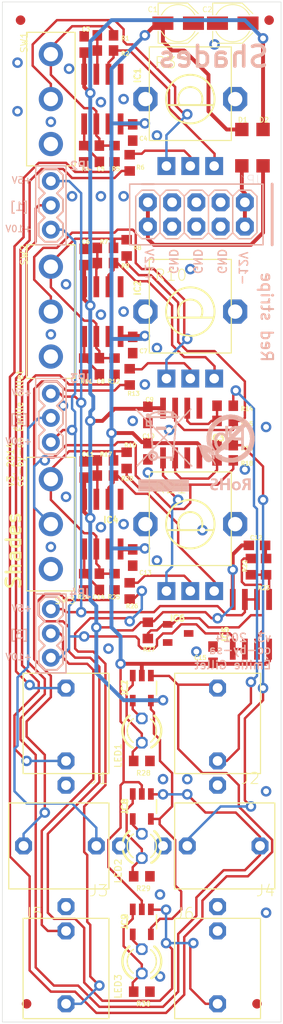
<source format=kicad_pcb>
(kicad_pcb (version 20211014) (generator pcbnew)
  (layers (0 "F.Cu" signal) (31 "B.Cu" signal) (34 "B.Paste" user) (35 "F.Paste" user) (36 "B.SilkS" user "B.Silkscreen") (37 "F.SilkS" user "F.Silkscreen") (38 "B.Mask" user) (39 "F.Mask" user) (44 "Edge.Cuts" user))
  (net 0 "")
  (net 1 "GND")
  (net 2 "VEE")
  (net 3 "VCC")
  (net 4 "REF_5")
  (net 5 "N$6")
  (net 6 "N$20")
  (net 7 "N$9")
  (net 8 "N$10")
  (net 9 "N$11")
  (net 10 "N$12")
  (net 11 "N$13")
  (net 12 "N$14")
  (net 13 "OUT_1")
  (net 14 "N$15")
  (net 15 "SEND_1")
  (net 16 "N$16")
  (net 17 "N$18")
  (net 18 "N$22")
  (net 19 "N$23")
  (net 20 "OUT_2")
  (net 21 "N$25")
  (net 22 "N$19")
  (net 23 "SEND_2")
  (net 24 "N$26")
  (net 25 "N$27")
  (net 26 "N$30")
  (net 27 "N$31")
  (net 28 "OUT_3")
  (net 29 "N$33")
  (net 30 "SW3")
  (net 31 "N$1")
  (net 32 "REF_10")
  (net 33 "N$2")
  (net 34 "N$3")
  (net 35 "N$4")
  (net 36 "N$7")
  (net 37 "N$17")
  (net 38 "N$24")
  (net 39 "N$34")
  (net 40 "N$35")
  (net 41 "REF_10_UNBUF")
  (net 42 "N$5")
  (net 43 "N$36")
  (net 44 "N$37")
  (net 45 "N$38")
  (net 46 "N$39")
  (net 47 "N$40")
  (net 48 "N$41")
  (footprint "shades_v30:R0603" (layer "F.Cu") (at 142.4787 112.3061 -90)
    (fp_text reference "R24")
    (fp_text value "1.0k")
  )
  (footprint "shades_v30:WQP_PJ_301M6" (layer "F.Cu") (at 156.4486 139.9286 -90)
    (fp_text reference "J4")
    (fp_text value "PJ301_THONKICONN6" hide)
  )
  (footprint "shades_v30:C0603" (layer "F.Cu") (at 144.0662 112.3061 -90)
    (fp_text reference "C14")
    (fp_text value "22p")
  )
  (footprint "shades_v30:R0603" (layer "F.Cu") (at 146.9237 77.3811 90)
    (fp_text reference "R8")
    (fp_text value "100k")
  )
  (footprint "shades_v30:C0603" (layer "F.Cu") (at 144.0661 67.5385 -90)
    (fp_text reference "C5")
    (fp_text value "22p")
  )
  (footprint "shades_v30:WQP_PJ_301M6" (layer "F.Cu") (at 156.4486 151.9936 180)
    (fp_text reference "J6")
    (fp_text value "PJ301_THONKICONN6" hide)
  )
  (footprint "shades_v30:R0603" (layer "F.Cu") (at 144.7011 56.7435 180)
    (fp_text reference "R2")
    (fp_text value "100k")
  )
  (footprint "shades_v30:R0603" (layer "F.Cu") (at 146.9236 99.6062 90)
    (fp_text reference "R19")
    (fp_text value "100k")
  )
  (footprint "shades_v30:WQP_PJ_301M6" (layer "F.Cu") (at 140.5736 127.8636)
    (fp_text reference "J1")
    (fp_text value "PJ301_THONKICONN6" hide)
  )
  (footprint "shades_v30:FIDUCIAL-1X2" (layer "F.Cu") (at 135.8111 53.5686 90)
    (fp_text reference "F1" hide)
    (fp_text value "FIDUCIAL1X2" hide)
  )
  (footprint "shades_v30:C0603" (layer "F.Cu") (at 149.1461 94.8436 -90)
    (fp_text reference "C9")
    (fp_text value "100n")
  )
  (footprint "shades_v30:SOD123" (layer "F.Cu") (at 161.2112 66.9035 -90)
    (fp_text reference "D2")
    (fp_text value "1N5819HW")
  )
  (footprint "shades_v30:R0603" (layer "F.Cu") (at 148.5111 155.1686)
    (fp_text reference "R30")
    (fp_text value "1.0k")
  )
  (footprint "shades_v30:WQP_PJ_301M6" (layer "F.Cu") (at 140.5736 151.9936 180)
    (fp_text reference "J5")
    (fp_text value "PJ301_THONKICONN6" hide)
  )
  (footprint "shades_v30:R0603" (layer "F.Cu") (at 157.2424 93.8911 180)
    (fp_text reference "R14")
    (fp_text value "100k")
  )
  (footprint "shades_v30:R0603" (layer "F.Cu") (at 144.7011 99.606)
    (fp_text reference "R17")
    (fp_text value "100k")
  )
  (footprint "shades_v30:R0603" (layer "F.Cu") (at 148.5111 131.0386)
    (fp_text reference "R28")
    (fp_text value "1.0k")
  )
  (footprint "shades_v30:ES_100SP1T6B11M2QEH_SMALL" (layer "F.Cu") (at 138.9861 61.8236 -90)
    (fp_text reference "SW1")
    (fp_text value "" hide)
  )
  (footprint "shades_v30:C0603" (layer "F.Cu") (at 147.5586 109.7661 90)
    (fp_text reference "C13")
    (fp_text value "100n")
  )
  (footprint "shades_v30:ES_100SP1T6B11M2QEH_SMALL" (layer "F.Cu") (at 138.9861 106.2736 -90)
    (fp_text reference "SW3")
    (fp_text value "" hide)
  )
  (footprint "shades_v30:R0603" (layer "F.Cu") (at 142.4786 89.7635 -90)
    (fp_text reference "R11")
    (fp_text value "1.0k")
  )
  (footprint "shades_v30:C0603" (layer "F.Cu") (at 147.5586 87.541 90)
    (fp_text reference "C7")
    (fp_text value "100n")
  )
  (footprint "shades_v30:R0603" (layer "F.Cu") (at 147.241 90.8748 90)
    (fp_text reference "R13")
    (fp_text value "100k")
  )
  (footprint "shades_v30:LED3MM" (layer "F.Cu") (at 148.5111 151.9936 90)
    (fp_text reference "LED3")
    (fp_text value "WP937EGW")
  )
  (footprint "shades_v30:ES_100SP1T6B11M2QEH_SMALL" (layer "F.Cu") (at 138.9861 84.0486 -90)
    (fp_text reference "SW2")
    (fp_text value "" hide)
  )
  (footprint "shades_v30:PANASONIC_B" (layer "F.Cu") (at 158.0362 53.8862)
    (fp_text reference "C2")
    (fp_text value "10u")
  )
  (footprint "shades_v30:R0603" (layer "F.Cu") (at 148.5111 143.1036)
    (fp_text reference "R29")
    (fp_text value "1.0k")
  )
  (footprint "shades_v30:R0603" (layer "F.Cu") (at 144.701 55.1561)
    (fp_text reference "R1")
    (fp_text value "100k")
  )
  (footprint "shades_v30:ALPS_POT_VERTICAL_PS" (layer "F.Cu") (at 153.5911 61.8236 180)
    (fp_text reference "R3")
    (fp_text value "10kB")
  )
  (footprint "shades_v30:FIDUCIAL-1X2" (layer "F.Cu") (at 161.8461 53.5686 90)
    (fp_text reference "F2" hide)
    (fp_text value "FIDUCIAL1X2" hide)
  )
  (footprint "shades_v30:C0603" (layer "F.Cu") (at 144.0661 89.7635 -90)
    (fp_text reference "C8")
    (fp_text value "22p")
  )
  (footprint "shades_v30:SO08" (layer "F.Cu") (at 152.6386 96.7486)
    (fp_text reference "IC3")
    (fp_text value "LME49720")
  )
  (footprint "shades_v30:C0603" (layer "F.Cu") (at 142.4786 56.1085 90)
    (fp_text reference "C3")
    (fp_text value "100n")
  )
  (footprint "shades_v30:R0603" (layer "F.Cu") (at 145.6537 112.3061 -90)
    (fp_text reference "R25")
    (fp_text value "100k")
  )
  (footprint "shades_v30:R0603" (layer "F.Cu") (at 144.7012 101.1936 180)
    (fp_text reference "R20")
    (fp_text value "100k")
  )
  (footprint "shades_v30:FIDUCIAL-1X2" (layer "F.Cu") (at 160.5761 156.4386 90)
    (fp_text reference "F4" hide)
    (fp_text value "FIDUCIAL1X2" hide)
  )
  (footprint "shades_v30:SO08" (layer "F.Cu") (at 144.3836 61.8235)
    (fp_text reference "IC1")
    (fp_text value "LME49720")
  )
  (footprint "shades_v30:SO08" (layer "F.Cu") (at 159.9411 116.7511)
    (fp_text reference "IC5")
    (fp_text value "TL072")
  )
  (footprint "shades_v30:C0603" (layer "F.Cu") (at 142.4786 78.3335 90)
    (fp_text reference "C6")
    (fp_text value "100n")
  )
  (footprint "shades_v30:ALPS_POT_VERTICAL_PS" (layer "F.Cu") (at 153.5911 84.0486 180)
    (fp_text reference "R10")
    (fp_text value "10kB")
  )
  (footprint "shades_v30:DBZ_R-PDSO-G3" (layer "F.Cu") (at 152.3211 117.7036 -90)
    (fp_text reference "IC6")
    (fp_text value "LM4040 10V")
  )
  (footprint "shades_v30:R0603" (layer "F.Cu") (at 149.1461 117.3861 -90)
    (fp_text reference "R27")
    (fp_text value "10k")
  )
  (footprint "shades_v30:PANASONIC_B" (layer "F.Cu") (at 152.3211 53.8862)
    (fp_text reference "C1")
    (fp_text value "10u")
  )
  (footprint "shades_v30:FIDUCIAL-1X2" (layer "F.Cu") (at 136.4461 156.4386 90)
    (fp_text reference "F3" hide)
    (fp_text value "FIDUCIAL1X2" hide)
  )
  (footprint "shades_v30:SOT23-5" (layer "F.Cu") (at 148.5111 147.8661 180)
    (fp_text reference "IC9")
    (fp_text value "LM321MF")
  )
  (footprint "shades_v30:R0603" (layer "F.Cu") (at 157.2424 95.4786)
    (fp_text reference "R15")
    (fp_text value "100k")
  )
  (footprint "shades_v30:C0603" (layer "F.Cu") (at 155.9724 119.9261 -90)
    (fp_text reference "C15")
    (fp_text value "100n")
  )
  (footprint "shades_v30:R0603" (layer "F.Cu") (at 157.2424 99.6061)
    (fp_text reference "R18")
    (fp_text value "100k")
  )
  (footprint "shades_v30:R0603" (layer "F.Cu") (at 144.701 77.3811)
    (fp_text reference "R7")
    (fp_text value "100k")
  )
  (footprint "shades_v30:C0603" (layer "F.Cu") (at 149.1461 98.6536 90)
    (fp_text reference "C10")
    (fp_text value "100n")
  )
  (footprint "shades_v30:R0603" (layer "F.Cu") (at 147.2411 68.4911 90)
    (fp_text reference "R6")
    (fp_text value "100k")
  )
  (footprint "shades_v30:R0603" (layer "F.Cu") (at 157.2424 98.0186 180)
    (fp_text reference "R16")
    (fp_text value "100k")
  )
  (footprint "shades_v30:WQP_PJ_301M6" (layer "F.Cu") (at 156.4486 127.8636)
    (fp_text reference "J2")
    (fp_text value "PJ301_THONKICONN6" hide)
  )
  (footprint "shades_v30:SOT23-5" (layer "F.Cu") (at 148.5111 135.8011 180)
    (fp_text reference "IC8")
    (fp_text value "LM321MF")
  )
  (footprint "shades_v30:C0603" (layer "F.Cu") (at 142.4787 100.5586 90)
    (fp_text reference "C11")
    (fp_text value "100n")
  )
  (footprint "shades_v30:R0603" (layer "F.Cu") (at 145.6536 67.5385 -90)
    (fp_text reference "R5")
    (fp_text value "100k")
  )
  (footprint "shades_v30:C0603" (layer "F.Cu") (at 160.5761 108.4961)
    (fp_text reference "C12")
    (fp_text value "100n")
  )
  (footprint "shades_v30:SO08" (layer "F.Cu") (at 144.3837 106.2736)
    (fp_text reference "IC4")
    (fp_text value "LME49720")
  )
  (footprint "shades_v30:SOD123" (layer "F.Cu") (at 158.9887 66.9035 90)
    (fp_text reference "D1")
    (fp_text value "1N5819HW")
  )
  (footprint "shades_v30:C0603" (layer "F.Cu") (at 147.5586 65.316 90)
    (fp_text reference "C4")
    (fp_text value "100n")
  )
  (footprint "shades_v30:LED3MM" (layer "F.Cu") (at 148.5111 127.8636 90)
    (fp_text reference "LED1")
    (fp_text value "WP937EGW")
  )
  (footprint "shades_v30:R0603" (layer "F.Cu") (at 144.7011 78.9685 180)
    (fp_text reference "R9")
    (fp_text value "100k")
  )
  (footprint "shades_v30:SOT23-5" (layer "F.Cu") (at 148.5111 123.4186 180)
    (fp_text reference "IC7")
    (fp_text value "LM321MF")
  )
  (footprint "shades_v30:R0603" (layer "F.Cu") (at 147.2411 113.2586 90)
    (fp_text reference "R26")
    (fp_text value "100k")
  )
  (footprint "shades_v30:WQP_PJ_301M6" (layer "F.Cu") (at 140.5736 139.9286 90)
    (fp_text reference "J3")
    (fp_text value "PJ301_THONKICONN6" hide)
  )
  (footprint "shades_v30:R0603" (layer "F.Cu") (at 142.4786 67.5385 -90)
    (fp_text reference "R4")
    (fp_text value "1.0k")
  )
  (footprint "shades_v30:R0603" (layer "F.Cu") (at 145.6536 89.7635 -90)
    (fp_text reference "R12")
    (fp_text value "100k")
  )
  (footprint "shades_v30:ALPS_POT_VERTICAL_PS" (layer "F.Cu") (at 153.5911 106.2736 180)
    (fp_text reference "R21")
    (fp_text value "10kB")
  )
  (footprint "shades_v30:SO08" (layer "F.Cu") (at 144.3836 84.0485)
    (fp_text reference "IC2")
    (fp_text value "LME49720")
  )
  (footprint "shades_v30:R0603" (layer "F.Cu") (at 161.5286 110.7186 -90)
    (fp_text reference "R23")
    (fp_text value "100k")
  )
  (footprint "shades_v30:R0603" (layer "F.Cu") (at 159.9411 110.7186 90)
    (fp_text reference "R22")
    (fp_text value "100k")
  )
  (footprint "shades_v30:LED3MM" (layer "F.Cu") (at 148.5111 139.9286 90)
    (fp_text reference "LED2")
    (fp_text value "WP937EGW")
  )
  (footprint "shades_v30:AVR_ICSP" (layer "B.Cu") (at 154.2261 73.8887 -90)
    (fp_text reference "JP1")
    (fp_text value "M05X2PTH" hide)
  )
  (footprint "shades_v30:1X03" (layer "B.Cu") (at 138.9861 120.2436 90)
    (fp_text reference "JP4")
    (fp_text value "")
  )
  (footprint "shades_v30:ROHS" (layer "B.Cu") (at 161.2111 103.4161 180)
    (fp_text reference "U$2" hide)
    (fp_text value "" hide)
  )
  (footprint "shades_v30:1X03" (layer "B.Cu") (at 138.9861 75.4761 90)
    (fp_text reference "JP2")
    (fp_text value "")
  )
  (footprint "shades_v30:1X03" (layer "B.Cu") (at 138.9861 97.7011 90)
    (fp_text reference "JP3")
    (fp_text value "")
  )
  (gr_line (start 137.3986 68.8086) (end 137.3986 77.0636) (layer "B.SilkS") (width 0.1524))
  (gr_line (start 147.2411 77.0635) (end 161.2111 77.0635) (layer "B.SilkS") (width 0.1524))
  (gr_line (start 137.3986 77.0636) (end 140.5736 77.0636) (layer "B.SilkS") (width 0.1524))
  (gr_line (start 140.5736 77.0636) (end 140.5736 68.8086) (layer "B.SilkS") (width 0.1524))
  (gr_line (start 140.5736 113.5761) (end 140.5736 121.8311) (layer "B.SilkS") (width 0.1524))
  (gr_line (start 137.3986 113.5761) (end 140.5736 113.5761) (layer "B.SilkS") (width 0.1524))
  (gr_line (start 161.2111 70.7135) (end 147.2411 70.7135) (layer "B.SilkS") (width 0.1524))
  (gr_line (start 137.3986 99.2886) (end 137.3986 91.0336) (layer "B.SilkS") (width 0.1524))
  (gr_line (start 137.3986 91.0336) (end 140.5736 91.0336) (layer "B.SilkS") (width 0.1524))
  (gr_line (start 140.5736 99.2886) (end 137.3986 99.2886) (layer "B.SilkS") (width 0.1524))
  (gr_line (start 140.5736 121.8311) (end 137.3986 121.8311) (layer "B.SilkS") (width 0.1524))
  (gr_line (start 161.2111 70.7135) (end 161.2111 77.0635) (layer "B.SilkS") (width 0.1524))
  (gr_line (start 137.3986 121.8311) (end 137.3986 113.5761) (layer "B.SilkS") (width 0.1524))
  (gr_line (start 140.5736 68.8086) (end 137.3986 68.8086) (layer "B.SilkS") (width 0.1524))
  (gr_line (start 140.5736 91.0336) (end 140.5736 99.2886) (layer "B.SilkS") (width 0.1524))
  (gr_line (start 162.1636 77.0635) (end 162.1636 70.7135) (layer "B.SilkS") (width 0.3048))
  (gr_line (start 147.2411 70.7135) (end 147.2411 77.0635) (layer "B.SilkS") (width 0.1524))
  (gr_line (start 163.0961 51.6636) (end 133.9061 51.6636) (layer "Edge.Cuts") (width 0.05))
  (gr_line (start 133.9061 51.6636) (end 133.9061 158.3436) (layer "Edge.Cuts") (width 0.05))
  (gr_line (start 133.9061 158.3436) (end 163.0961 158.3436) (layer "Edge.Cuts") (width 0.05))
  (gr_line (start 163.0961 158.3436) (end 163.0961 51.6636) (layer "Edge.Cuts") (width 0.05))
  (gr_text "GND" (at 157.4011 77.3812 -90) (layer "B.SilkS") (effects (font (size 0.8636 0.8636) (thickness 0.1524)) (justify right top mirror)))
  (gr_text "-12V" (at 159.6236 77.6987 -90) (layer "B.SilkS") (effects (font (size 0.8636 0.8636) (thickness 0.1524)) (justify right top mirror)))
  (gr_text "[3]" (at 136.7636 118.3386) (layer "B.SilkS") (effects (font (size 0.8636 0.8636) (thickness 0.1524)) (justify left bottom mirror)))
  (gr_text "v3, 2014" (at 162.1636 118.6561) (layer "B.SilkS") (effects (font (size 0.8636 0.8636) (thickness 0.1524)) (justify left bottom mirror)))
  (gr_text "GND" (at 154.8611 77.3812 -90) (layer "B.SilkS") (effects (font (size 0.8636 0.8636) (thickness 0.1524)) (justify right top mirror)))
  (gr_text "+12V" (at 149.7811 77.3812 -90) (layer "B.SilkS") (effects (font (size 0.8636 0.8636) (thickness 0.1524)) (justify right top mirror)))
  (gr_text "[1]" (at 136.7636 73.5711) (layer "B.SilkS") (effects (font (size 0.8636 0.8636) (thickness 0.1524)) (justify left bottom mirror)))
  (gr_text "Émilie Gillet" (at 162.1636 121.5136) (layer "B.SilkS") (effects (font (size 0.8636 0.8636) (thickness 0.1524)) (justify left bottom mirror)))
  (gr_text "Red stripe" (at 160.8936 89.446 -90) (layer "B.SilkS") (effects (font (size 1.20904 1.20904) (thickness 0.21336)) (justify left bottom mirror)))
  (gr_text "+10V" (at 137.0811 98.0186) (layer "B.SilkS") (effects (font (size 0.69088 0.69088) (thickness 0.12192)) (justify left bottom mirror)))
  (gr_text "+5V" (at 137.0811 115.4811) (layer "B.SilkS") (effects (font (size 0.69088 0.69088) (thickness 0.12192)) (justify left bottom mirror)))
  (gr_text "[2]" (at 136.7636 95.7961) (layer "B.SilkS") (effects (font (size 0.8636 0.8636) (thickness 0.1524)) (justify left bottom mirror)))
  (gr_text "Shades" (at 162.0048 58.6486) (layer "B.SilkS") (effects (font (size 2.159 2.159) (thickness 0.381)) (justify left bottom mirror)))
  (gr_text "+5V" (at 137.0811 70.7136) (layer "B.SilkS") (effects (font (size 0.69088 0.69088) (thickness 0.12192)) (justify left bottom mirror)))
  (gr_text "cc-by-sa" (at 162.1636 119.9261) (layer "B.SilkS") (effects (font (size 0.8636 0.8636) (thickness 0.1524)) (justify left bottom mirror)))
  (gr_text "GND" (at 152.3211 77.3812 -90) (layer "B.SilkS") (effects (font (size 0.8636 0.8636) (thickness 0.1524)) (justify right top mirror)))
  (gr_text "+10V" (at 137.0811 75.7936) (layer "B.SilkS") (effects (font (size 0.69088 0.69088) (thickness 0.12192)) (justify left bottom mirror)))
  (gr_text "+5V" (at 137.0811 92.9386) (layer "B.SilkS") (effects (font (size 0.69088 0.69088) (thickness 0.12192)) (justify left bottom mirror)))
  (gr_text "+10V" (at 137.0811 120.5611) (layer "B.SilkS") (effects (font (size 0.69088 0.69088) (thickness 0.12192)) (justify left bottom mirror)))
  (gr_text "v3, 2014" (at 135.1762 102.4636 90) (layer "F.SilkS") (effects (font (size 0.69088 0.69088) (thickness 0.12192)) (justify left bottom)))
  (gr_text "cc-by-sa Émilie Gillet" (at 136.1286 102.4636 90) (layer "F.SilkS") (effects (font (size 0.69088 0.69088) (thickness 0.12192)) (justify left bottom)))
  (gr_text "Shades" (at 135.9699 113.2586 90) (layer "F.SilkS") (effects (font (size 1.5113 1.5113) (thickness 0.2667)) (justify left bottom)))
  (segment (start 161.4261 108.4961) (end 161.4261 109.7661) (width 0.4064) (layer "F.Cu") (net 1))
  (segment (start 161.4261 109.7661) (end 161.5286 109.8686) (width 0.254) (layer "F.Cu") (net 1))
  (via (at 153.5911 79.6036) (size 1.108) (drill 0.6) (layers "F.Cu" "B.Cu") (net 1))
  (via (at 146.6061 106.2736) (size 1.108) (drill 0.6) (layers "F.Cu" "B.Cu") (net 1))
  (via (at 161.5286 96.1136) (size 1.108) (drill 0.6) (layers "F.Cu" "B.Cu") (net 1))
  (via (at 141.2086 71.9836) (size 1.108) (drill 0.6) (layers "F.Cu" "B.Cu") (net 1))
  (via (at 144.2249 71.9836) (size 1.108) (drill 0.6) (layers "F.Cu" "B.Cu") (net 1))
  (via (at 138.9861 108.6549) (size 1.108) (drill 0.6) (layers "F.Cu" "B.Cu") (net 1))
  (via (at 146.6061 61.8236) (size 1.108) (drill 0.6) (layers "F.Cu" "B.Cu") (net 1))
  (via (at 147.5586 95.4786) (size 1.108) (drill 0.6) (layers "F.Cu" "B.Cu") (net 1))
  (via (at 156.1311 56.1086) (size 1.108) (drill 0.6) (layers "F.Cu" "B.Cu") (net 1))
  (via (at 150.0986 110.0836) (size 1.108) (drill 0.6) (layers "F.Cu" "B.Cu") (net 1))
  (via (at 145.0186 119.2911) (size 1.108) (drill 0.6) (layers "F.Cu" "B.Cu") (net 1))
  (via (at 144.2249 84.3661) (size 1.108) (drill 0.6) (layers "F.Cu" "B.Cu") (net 1))
  (via (at 159.3061 100.5586) (size 1.108) (drill 0.6) (layers "F.Cu" "B.Cu") (net 1))
  (via (at 161.5286 134.2136) (size 1.108) (drill 0.6) (layers "F.Cu" "B.Cu") (net 1))
  (via (at 154.2261 119.6086) (size 1.108) (drill 0.6) (layers "F.Cu" "B.Cu") (net 1))
  (via (at 138.9861 64.2048) (size 1.108) (drill 0.6) (layers "F.Cu" "B.Cu") (net 1))
  (via (at 150.4161 145.0086) (size 1.108) (drill 0.6) (layers "F.Cu" "B.Cu") (net 1))
  (via (at 150.4161 153.5811) (size 1.108) (drill 0.6) (layers "F.Cu" "B.Cu") (net 1))
  (via (at 135.4936 63.0936) (size 1.108) (drill 0.6) (layers "F.Cu" "B.Cu") (net 1))
  (via (at 135.4936 58.0136) (size 1.108) (drill 0.6) (layers "F.Cu" "B.Cu") (net 1))
  (via (at 146.6061 71.9836) (size 1.108) (drill 0.6) (layers "F.Cu" "B.Cu") (net 1))
  (via (at 151.3686 96.4311) (size 1.108) (drill 0.6) (layers "F.Cu" "B.Cu") (net 1))
  (via (at 150.0986 65.6336) (size 1.108) (drill 0.6) (layers "F.Cu" "B.Cu") (net 1))
  (via (at 150.0986 87.8586) (size 1.108) (drill 0.6) (layers "F.Cu" "B.Cu") (net 1))
  (via (at 153.2736 132.9436) (size 1.108) (drill 0.6) (layers "F.Cu" "B.Cu") (net 1))
  (via (at 146.6061 84.0486) (size 1.108) (drill 0.6) (layers "F.Cu" "B.Cu") (net 1))
  (via (at 161.5286 146.9136) (size 1.108) (drill 0.6) (layers "F.Cu" "B.Cu") (net 1))
  (via (at 140.2561 93.8911) (size 1.108) (drill 0.6) (layers "F.Cu" "B.Cu") (net 1))
  (via (at 154.8611 106.9086) (size 1.108) (drill 0.6) (layers "F.Cu" "B.Cu") (net 1))
  (via (at 138.9861 86.4298) (size 1.108) (drill 0.6) (layers "F.Cu" "B.Cu") (net 1))
  (via (at 140.5736 81.1911) (size 1.108) (drill 0.6) (layers "F.Cu" "B.Cu") (net 1))
  (via (at 140.5736 103.4161) (size 1.108) (drill 0.6) (layers "F.Cu" "B.Cu") (net 1))
  (via (at 150.7336 132.9436) (size 1.108) (drill 0.6) (layers "F.Cu" "B.Cu") (net 1))
  (via (at 148.8286 91.6686) (size 1.108) (drill 0.6) (layers "F.Cu" "B.Cu") (net 1))
  (via (at 144.2249 106.5911) (size 1.108) (drill 0.6) (layers "F.Cu" "B.Cu") (net 1))
  (via (at 149.1461 100.8761) (size 1.108) (drill 0.6) (layers "F.Cu" "B.Cu") (net 1))
  (via (at 140.8911 58.6486) (size 1.108) (drill 0.6) (layers "F.Cu" "B.Cu") (net 1))
  (via (at 144.2249 62.1411) (size 1.108) (drill 0.6) (layers "F.Cu" "B.Cu") (net 1))
  (segment (start 152.9561 56.7436) (end 155.4961 59.2836) (width 0.4064) (layer "F.Cu") (net 2))
  (segment (start 145.0186 139.2936) (end 146.2886 138.0236) (width 0.254) (layer "F.Cu") (net 2))
  (segment (start 147.661 86.5886) (end 147.5586 86.691) (width 0.4064) (layer "F.Cu") (net 2))
  (segment (start 148.5111 120.8786) (end 148.5111 122.1126) (width 0.4064) (layer "F.Cu") (net 2))
  (segment (start 148.8286 108.8136) (end 147.6612 108.8136) (width 0.4064) (layer "F.Cu") (net 2))
  (segment (start 155.4961 63.0936) (end 157.406 65.0035) (width 0.4064) (layer "F.Cu") (net 2))
  (segment (start 146.6061 133.2611) (end 148.1936 133.2611) (width 0.254) (layer "F.Cu") (net 2))
  (segment (start 147.5161 86.6485) (end 146.2886 86.6485) (width 0.4064) (layer "F.Cu") (net 2))
  (segment (start 147.6612 108.8136) (end 147.5586 108.9161) (width 0.4064) (layer "F.Cu") (net 2))
  (segment (start 150.7211 55.7786) (end 151.6861 56.7436) (width 0.4064) (layer "F.Cu") (net 2))
  (segment (start 148.8286 55.1561) (end 150.0985 53.8862) (width 0.4064) (layer "F.Cu") (net 2))
  (segment (start 146.6061 133.2611) (end 146.6061 127.2286) (width 0.254) (layer "F.Cu") (net 2))
  (segment (start 161.5286 120.8786) (end 161.8461 120.5611) (width 0.4064) (layer "F.Cu") (net 2))
  (segment (start 147.5586 86.691) (end 147.5161 86.6485) (width 0.4064) (layer "F.Cu") (net 2))
  (segment (start 148.5111 146.5601) (end 148.5111 145.6436) (width 0.254) (layer "F.Cu") (net 2))
  (segment (start 146.6061 127.2286) (end 146.2886 126.9111) (width 0.254) (layer "F.Cu") (net 2))
  (segment (start 155.9724 120.7761) (end 156.0286 120.7761) (width 0.4064) (layer "F.Cu") (net 2))
  (segment (start 148.5111 145.6436) (end 145.0186 142.1511) (width 0.254) (layer "F.Cu") (net 2))
  (segment (start 156.1311 120.8786) (end 161.5286 120.8786) (width 0.4064) (layer "F.Cu") (net 2))
  (segment (start 158.9886 65.0034) (end 158.9886 64.6811) (width 0.4064) (layer "F.Cu") (net 2))
  (segment (start 154.3286 97.8036) (end 154.5436 98.0186) (width 0.4064) (layer "F.Cu") (net 2))
  (segment (start 146.2886 126.9111) (end 146.2886 120.8786) (width 0.254) (layer "F.Cu") (net 2))
  (segment (start 150.0985 53.8862) (end 150.7211 53.8862) (width 0.4064) (layer "F.Cu") (net 2))
  (segment (start 147.5586 64.466) (end 146.3311 64.466) (width 0.4064) (layer "F.Cu") (net 2))
  (segment (start 154.5436 98.0186) (end 154.5436 99.3486) (width 0.4064) (layer "F.Cu") (net 2))
  (segment (start 148.1936 133.2611) (end 148.5111 133.5786) (width 0.254) (layer "F.Cu") (net 2))
  (segment (start 149.0436 97.7011) (end 149.1461 97.8036) (width 0.254) (layer "F.Cu") (net 2))
  (segment (start 148.8286 86.5886) (end 147.661 86.5886) (width 0.4064) (layer "F.Cu") (net 2))
  (segment (start 155.8699 120.8786) (end 155.9724 120.7761) (width 0.4064) (layer "F.Cu") (net 2))
  (segment (start 149.1461 97.8036) (end 154.3286 97.8036) (width 0.4064) (layer "F.Cu") (net 2))
  (segment (start 158.9887 65.0035) (end 158.9886 65.0034) (width 0.4064) (layer "F.Cu") (net 2))
  (segment (start 148.5111 133.5786) (end 148.5111 134.4951) (width 0.254) (layer "F.Cu") (net 2))
  (segment (start 151.6861 56.7436) (end 152.9561 56.7436) (width 0.4064) (layer "F.Cu") (net 2))
  (segment (start 157.406 65.0035) (end 158.9887 65.0035) (width 0.4064) (layer "F.Cu") (net 2))
  (segment (start 161.8461 120.5611) (end 161.8461 119.3511) (width 0.4064) (layer "F.Cu") (net 2))
  (segment (start 148.5111 120.8786) (end 155.8699 120.8786) (width 0.4064) (layer "F.Cu") (net 2))
  (segment (start 156.0286 120.7761) (end 156.1311 120.8786) (width 0.4064) (layer "F.Cu") (net 2))
  (segment (start 148.5111 97.7011) (end 149.0436 97.7011) (width 0.4064) (layer "F.Cu") (net 2))
  (segment (start 146.2886 138.0236) (end 146.2886 133.5786) (width 0.254) (layer "F.Cu") (net 2))
  (segment (start 147.661 64.3636) (end 147.5586 64.466) (width 0.4064) (layer "F.Cu") (net 2))
  (segment (start 147.5586 96.7486) (end 148.5111 97.7011) (width 0.4064) (layer "F.Cu") (net 2))
  (segment (start 155.4961 59.2836) (end 155.4961 63.0936) (width 0.4064) (layer "F.Cu") (net 2))
  (segment (start 146.2886 120.8786) (end 148.5111 120.8786) (width 0.4064) (layer "F.Cu") (net 2))
  (segment (start 146.3311 64.466) (end 146.2886 64.4235) (width 0.4064) (layer "F.Cu") (net 2))
  (segment (start 146.2886 133.5786) (end 146.6061 133.2611) (width 0.254) (layer "F.Cu") (net 2))
  (segment (start 146.2887 108.8736) (end 146.2462 108.9161) (width 0.4064) (layer "F.Cu") (net 2))
  (segment (start 145.0186 142.1511) (end 145.0186 139.2936) (width 0.254) (layer "F.Cu") (net 2))
  (segment (start 146.3312 108.9161) (end 146.2887 108.8736) (width 0.4064) (layer "F.Cu") (net 2))
  (segment (start 147.5586 108.9161) (end 146.3312 108.9161) (width 0.4064) (layer "F.Cu") (net 2))
  (segment (start 150.7211 53.8862) (end 150.7211 55.7786) (width 0.4064) (layer "F.Cu") (net 2))
  (segment (start 145.3361 96.7486) (end 147.5586 96.7486) (width 0.4064) (layer "F.Cu") (net 2))
  (segment (start 148.8286 64.3636) (end 147.661 64.3636) (width 0.4064) (layer "F.Cu") (net 2))
  (via (at 148.8286 64.3636) (size 1.108) (drill 0.6) (layers "F.Cu" "B.Cu") (net 2))
  (via (at 148.8286 86.5886) (size 1.108) (drill 0.6) (layers "F.Cu" "B.Cu") (net 2))
  (via (at 148.8286 55.1561) (size 1.108) (drill 0.6) (layers "F.Cu" "B.Cu") (net 2))
  (via (at 146.2886 120.8786) (size 1.108) (drill 0.6) (layers "F.Cu" "B.Cu") (net 2))
  (via (at 148.8286 108.8136) (size 1.108) (drill 0.6) (layers "F.Cu" "B.Cu") (net 2))
  (via (at 145.3361 96.7486) (size 1.108) (drill 0.6) (layers "F.Cu" "B.Cu") (net 2))
  (segment (start 145.3361 108.8136) (end 148.8286 108.8136) (width 0.4064) (layer "B.Cu") (net 2))
  (segment (start 145.3361 64.3636) (end 148.8228 64.3636) (width 0.4064) (layer "B.Cu") (net 2))
  (segment (start 145.3361 96.7486) (end 145.3361 86.9061) (width 0.4064) (layer "B.Cu") (net 2))
  (segment (start 145.3361 86.9061) (end 145.3361 64.3636) (width 0.4064) (layer "B.Cu") (net 2))
  (segment (start 145.3361 108.8136) (end 145.3361 96.7486) (width 0.4064) (layer "B.Cu") (net 2))
  (segment (start 145.3361 58.6486) (end 148.8286 55.1561) (width 0.4064) (layer "B.Cu") (net 2))
  (segment (start 145.3361 64.3636) (end 145.3361 58.6486) (width 0.4064) (layer "B.Cu") (net 2))
  (segment (start 148.5111 86.9061) (end 148.8286 86.5886) (width 0.4064) (layer "B.Cu") (net 2))
  (segment (start 145.3361 117.0686) (end 145.3361 108.8136) (width 0.4064) (layer "B.Cu") (net 2))
  (segment (start 146.2886 120.8786) (end 146.2886 118.0211) (width 0.4064) (layer "B.Cu") (net 2))
  (segment (start 148.8257 64.3665) (end 148.8286 64.3636) (width 0.4064) (layer "B.Cu") (net 2))
  (segment (start 148.8228 64.3636) (end 148.8257 64.3665) (width 0.4064) (layer "B.Cu") (net 2))
  (segment (start 146.2886 118.0211) (end 145.3361 117.0686) (width 0.4064) (layer "B.Cu") (net 2))
  (segment (start 145.3361 86.9061) (end 148.5111 86.9061) (width 0.4064) (layer "B.Cu") (net 2))
  (segment (start 142.4786 81.4485) (end 142.4786 79.1835) (width 0.4064) (layer "F.Cu") (net 3))
  (segment (start 158.0361 111.0361) (end 158.0361 114.1511) (width 0.4064) (layer "F.Cu") (net 3))
  (segment (start 145.3361 117.0686) (end 145.6536 117.3861) (width 0.254) (layer "F.Cu") (net 3))
  (segment (start 144.3836 95.4786) (end 145.6536 94.2086) (width 0.4064) (layer "F.Cu") (net 3))
  (segment (start 142.4786 82.7786) (end 142.4786 81.4485) (width 0.4064) (layer "F.Cu") (net 3))
  (segment (start 143.7486 117.0686) (end 145.3361 117.0686) (width 0.254) (layer "F.Cu") (net 3))
  (segment (start 161.2111 55.4736) (end 161.2111 65.0034) (width 0.4064) (layer "F.Cu") (net 3))
  (segment (start 149.1461 116.5361) (end 149.2486 116.4336) (width 0.254) (layer "F.Cu") (net 3))
  (segment (start 147.5586 117.3861) (end 148.4086 116.5361) (width 0.254) (layer "F.Cu") (net 3))
  (segment (start 150.3801 137.6701) (end 150.3801 137.1071) (width 0.254) (layer "F.Cu") (net 3))
  (segment (start 155.1786 115.4811) (end 155.8136 116.1161) (width 0.254) (layer "F.Cu") (net 3))
  (segment (start 148.7261 94.2086) (end 149.0436 93.8911) (width 0.4064) (layer "F.Cu") (net 3))
  (segment (start 143.1136 83.4136) (end 142.4786 82.7786) (width 0.4064) (layer "F.Cu") (net 3))
  (segment (start 149.4971 149.1361) (end 149.4636 149.1026) (width 0.254) (layer "F.Cu") (net 3))
  (segment (start 152.6386 146.5961) (end 152.6386 144.6911) (width 0.254) (layer "F.Cu") (net 3))
  (segment (start 152.0036 144.0561) (end 152.0036 139.2936) (width 0.254) (layer "F.Cu") (net 3))
  (segment (start 161.2111 55.4736) (end 161.2111 55.4611) (width 0.4064) (layer "F.Cu") (net 3))
  (segment (start 149.2486 116.4336) (end 149.7811 116.4336) (width 0.254) (layer "F.Cu") (net 3))
  (segment (start 142.4786 105.0036) (end 142.4786 103.6737) (width 0.4064) (layer "F.Cu") (net 3))
  (segment (start 151.6861 132.3086) (end 150.4161 131.0386) (width 0.254) (layer "F.Cu") (net 3))
  (segment (start 142.4787 103.6736) (end 142.4787 101.4086) (width 0.4064) (layer "F.Cu") (net 3))
  (segment (start 155.8136 116.1161) (end 156.4486 116.1161) (width 0.254) (layer "F.Cu") (net 3))
  (segment (start 152.6386 144.6911) (end 152.0036 144.0561) (width 0.254) (layer "F.Cu") (net 3))
  (segment (start 150.3801 137.1071) (end 151.6861 135.8011) (width 0.254) (layer "F.Cu") (net 3))
  (segment (start 151.6861 147.5486) (end 152.6386 146.5961) (width 0.254) (layer "F.Cu") (net 3))
  (segment (start 151.6861 135.8011) (end 151.6861 132.3086) (width 0.254) (layer "F.Cu") (net 3))
  (segment (start 161.2111 65.0034) (end 161.2112 65.0035) (width 0.4064) (layer "F.Cu") (net 3))
  (segment (start 148.4086 116.5361) (end 149.1461 116.5361) (width 0.254) (layer "F.Cu") (net 3))
  (segment (start 158.0361 111.0361) (end 158.0361 109.4486) (width 0.4064) (layer "F.Cu") (net 3))
  (segment (start 143.1136 95.4786) (end 144.3836 95.4786) (width 0.4064) (layer "F.Cu") (net 3))
  (segment (start 149.4636 149.1026) (end 149.4636 148.5011) (width 0.254) (layer "F.Cu") (net 3))
  (segment (start 149.4636 124.7271) (end 149.4611 124.7246) (width 0.254) (layer "F.Cu") (net 3))
  (segment (start 142.4786 60.5536) (end 142.4786 59.2235) (width 0.4064) (layer "F.Cu") (net 3))
  (segment (start 158.0361 109.4486) (end 158.9886 108.4961) (width 0.4064) (layer "F.Cu") (net 3))
  (segment (start 149.4611 149.1721) (end 149.4971 149.1361) (width 0.254) (layer "F.Cu") (net 3))
  (segment (start 149.7811 125.9586) (end 149.4636 125.6411) (width 0.254) (layer "F.Cu") (net 3))
  (segment (start 149.3011 94.1486) (end 150.7336 94.1486) (width 0.4064) (layer "F.Cu") (net 3))
  (segment (start 158.9886 108.4961) (end 159.7261 108.4961) (width 0.4064) (layer "F.Cu") (net 3))
  (segment (start 149.4611 124.7246) (end 150.6976 124.7246) (width 0.4064) (layer "F.Cu") (net 3))
  (segment (start 142.4786 103.6737) (end 142.4787 103.6736) (width 0.4064) (layer "F.Cu") (net 3))
  (segment (start 161.2111 55.4611) (end 159.6362 53.8862) (width 0.4064) (layer "F.Cu") (net 3))
  (segment (start 149.0436 93.8911) (end 149.1461 93.9936) (width 0.254) (layer "F.Cu") (net 3))
  (segment (start 145.6536 94.2086) (end 148.7261 94.2086) (width 0.4064) (layer "F.Cu") (net 3))
  (segment (start 149.7811 128.1811) (end 149.7811 125.9586) (width 0.254) (layer "F.Cu") (net 3))
  (segment (start 149.4636 125.6411) (end 149.4636 124.7271) (width 0.254) (layer "F.Cu") (net 3))
  (segment (start 149.4636 148.5011) (end 150.4161 147.5486) (width 0.254) (layer "F.Cu") (net 3))
  (segment (start 150.7336 115.4811) (end 155.1786 115.4811) (width 0.254) (layer "F.Cu") (net 3))
  (segment (start 145.6536 117.3861) (end 147.5586 117.3861) (width 0.254) (layer "F.Cu") (net 3))
  (segment (start 143.1136 105.6386) (end 142.4786 105.0036) (width 0.4064) (layer "F.Cu") (net 3))
  (segment (start 150.3801 137.1071) (end 149.4611 137.1071) (width 0.254) (layer "F.Cu") (net 3))
  (segment (start 149.7811 116.4336) (end 150.7336 115.4811) (width 0.254) (layer "F.Cu") (net 3))
  (segment (start 142.4786 59.2235) (end 142.4786 56.9585) (width 0.4064) (layer "F.Cu") (net 3))
  (segment (start 150.4161 128.8161) (end 149.7811 128.1811) (width 0.254) (layer "F.Cu") (net 3))
  (segment (start 149.1461 93.9936) (end 149.3011 94.1486) (width 0.4064) (layer "F.Cu") (net 3))
  (segment (start 150.6976 124.7246) (end 150.7336 124.6886) (width 0.4064) (layer "F.Cu") (net 3))
  (segment (start 152.0036 139.2936) (end 150.3801 137.6701) (width 0.254) (layer "F.Cu") (net 3))
  (segment (start 143.1136 61.1886) (end 142.4786 60.5536) (width 0.4064) (layer "F.Cu") (net 3))
  (segment (start 150.4161 131.0386) (end 150.4161 128.8161) (width 0.254) (layer "F.Cu") (net 3))
  (segment (start 150.4161 147.5486) (end 151.6861 147.5486) (width 0.254) (layer "F.Cu") (net 3))
  (via (at 143.1136 95.4786) (size 1.108) (drill 0.6) (layers "F.Cu" "B.Cu") (net 3))
  (via (at 161.2111 55.4736) (size 1.108) (drill 0.6) (layers "F.Cu" "B.Cu") (net 3))
  (via (at 143.1136 61.1886) (size 1.108) (drill 0.6) (layers "F.Cu" "B.Cu") (net 3))
  (via (at 158.0361 111.0361) (size 1.108) (drill 0.6) (layers "F.Cu" "B.Cu") (net 3))
  (via (at 143.7486 117.0686) (size 1.108) (drill 0.6) (layers "F.Cu" "B.Cu") (net 3))
  (via (at 143.1136 105.6386) (size 1.108) (drill 0.6) (layers "F.Cu" "B.Cu") (net 3))
  (via (at 156.4486 116.1161) (size 1.108) (drill 0.6) (layers "F.Cu" "B.Cu") (net 3))
  (via (at 143.1136 83.4136) (size 1.108) (drill 0.6) (layers "F.Cu" "B.Cu") (net 3))
  (via (at 150.7336 124.6886) (size 1.108) (drill 0.6) (layers "F.Cu" "B.Cu") (net 3))
  (segment (start 150.7336 124.6886) (end 146.6061 124.6886) (width 0.4064) (layer "B.Cu") (net 3))
  (segment (start 143.1136 94.5261) (end 143.4311 94.2086) (width 0.4064) (layer "B.Cu") (net 3))
  (segment (start 156.7661 116.1161) (end 158.0361 114.8461) (width 0.254) (layer "B.Cu") (net 3))
  (segment (start 143.4311 92.9386) (end 143.1136 92.6211) (width 0.4064) (layer "B.Cu") (net 3))
  (segment (start 158.0361 114.8461) (end 158.0361 111.0361) (width 0.254) (layer "B.Cu") (net 3))
  (segment (start 143.7486 121.8311) (end 143.7486 117.0686) (width 0.4064) (layer "B.Cu") (net 3))
  (segment (start 143.1136 105.6386) (end 143.1136 95.4786) (width 0.4064) (layer "B.Cu") (net 3))
  (segment (start 143.1136 95.4786) (end 143.1136 94.5261) (width 0.4064) (layer "B.Cu") (net 3))
  (segment (start 143.1136 55.7911) (end 145.3361 53.5686) (width 0.4064) (layer "B.Cu") (net 3))
  (segment (start 145.3361 53.5686) (end 159.3061 53.5686) (width 0.4064) (layer "B.Cu") (net 3))
  (segment (start 143.7486 117.0686) (end 143.7486 114.8461) (width 0.4064) (layer "B.Cu") (net 3))
  (segment (start 143.1136 61.1886) (end 143.1136 55.7911) (width 0.4064) (layer "B.Cu") (net 3))
  (segment (start 156.4486 116.1161) (end 156.7661 116.1161) (width 0.254) (layer "B.Cu") (net 3))
  (segment (start 159.3061 53.5686) (end 161.2111 55.4736) (width 0.4064) (layer "B.Cu") (net 3))
  (segment (start 143.7486 114.8461) (end 143.1136 114.2111) (width 0.4064) (layer "B.Cu") (net 3))
  (segment (start 143.1136 83.4136) (end 143.1136 61.1886) (width 0.4064) (layer "B.Cu") (net 3))
  (segment (start 143.1136 114.2111) (end 143.1136 105.6386) (width 0.4064) (layer "B.Cu") (net 3))
  (segment (start 143.4311 94.2086) (end 143.4311 92.9386) (width 0.4064) (layer "B.Cu") (net 3))
  (segment (start 143.1136 92.6211) (end 143.1136 83.4136) (width 0.4064) (layer "B.Cu") (net 3))
  (segment (start 146.6061 124.6886) (end 143.7486 121.8311) (width 0.4064) (layer "B.Cu") (net 3))
  (segment (start 149.7811 115.4811) (end 150.4161 114.8461) (width 0.254) (layer "F.Cu") (net 4))
  (segment (start 150.4161 114.8461) (end 156.4486 114.8461) (width 0.254) (layer "F.Cu") (net 4))
  (segment (start 142.1611 115.4811) (end 149.7811 115.4811) (width 0.254) (layer "F.Cu") (net 4))
  (segment (start 139.9386 92.6211) (end 138.9861 92.6211) (width 0.254) (layer "F.Cu") (net 4))
  (segment (start 140.5736 115.4811) (end 140.2561 115.1636) (width 0.254) (layer "F.Cu") (net 4))
  (segment (start 158.9886 115.7986) (end 159.3061 115.4811) (width 0.254) (layer "F.Cu") (net 4))
  (segment (start 140.2561 92.9386) (end 139.9386 92.6211) (width 0.254) (layer "F.Cu") (net 4))
  (segment (start 156.4486 114.8461) (end 157.4011 115.7986) (width 0.254) (layer "F.Cu") (net 4))
  (segment (start 157.4011 115.7986) (end 158.9886 115.7986) (width 0.254) (layer "F.Cu") (net 4))
  (segment (start 141.5261 92.9386) (end 140.2561 92.9386) (width 0.254) (layer "F.Cu") (net 4))
  (segment (start 142.1611 93.5736) (end 141.5261 92.9386) (width 0.254) (layer "F.Cu") (net 4))
  (segment (start 159.3061 114.1511) (end 160.5761 114.1511) (width 0.254) (layer "F.Cu") (net 4))
  (segment (start 159.3061 115.4811) (end 159.3061 114.1511) (width 0.254) (layer "F.Cu") (net 4))
  (segment (start 140.5736 115.4811) (end 142.1611 115.4811) (width 0.254) (layer "F.Cu") (net 4))
  (segment (start 140.2561 115.1636) (end 138.9861 115.1636) (width 0.254) (layer "F.Cu") (net 4))
  (via (at 142.1611 115.4811) (size 1.108) (drill 0.6) (layers "F.Cu" "B.Cu") (net 4))
  (via (at 142.1611 93.5736) (size 1.108) (drill 0.6) (layers "F.Cu" "B.Cu") (net 4))
  (segment (start 142.1611 71.6661) (end 140.8911 70.3961) (width 0.254) (layer "B.Cu") (net 4))
  (segment (start 142.1611 115.4811) (end 142.1611 93.5736) (width 0.254) (layer "B.Cu") (net 4))
  (segment (start 142.1611 93.5736) (end 142.1611 71.6661) (width 0.254) (layer "B.Cu") (net 4))
  (segment (start 140.8911 70.3961) (end 138.9861 70.3961) (width 0.254) (layer "B.Cu") (net 4))
  (segment (start 159.9411 77.0636) (end 161.2111 75.7936) (width 0.4064) (layer "F.Cu") (net 5))
  (segment (start 161.2111 75.7936) (end 161.2111 68.8036) (width 0.4064) (layer "F.Cu") (net 5))
  (segment (start 149.1461 75.1587) (end 149.1461 76.4286) (width 0.4064) (layer "F.Cu") (net 5))
  (segment (start 149.7811 77.0636) (end 159.9411 77.0636) (width 0.4064) (layer "F.Cu") (net 5))
  (segment (start 149.1461 76.4286) (end 149.7811 77.0636) (width 0.4064) (layer "F.Cu") (net 5))
  (segment (start 149.1461 75.1587) (end 149.1461 72.6187) (width 0.4064) (layer "F.Cu") (net 5))
  (segment (start 161.2111 68.8036) (end 161.2112 68.8035) (width 0.4064) (layer "F.Cu") (net 5))
  (segment (start 159.3061 71.6661) (end 158.9887 71.3487) (width 0.4064) (layer "F.Cu") (net 6))
  (segment (start 158.9887 71.3487) (end 158.9887 68.8035) (width 0.4064) (layer "F.Cu") (net 6))
  (segment (start 159.3061 75.1587) (end 159.3061 72.6187) (width 0.4064) (layer "F.Cu") (net 6))
  (segment (start 159.3061 72.6187) (end 159.3061 71.6661) (width 0.4064) (layer "F.Cu") (net 6))
  (segment (start 145.6536 70.0786) (end 146.3911 69.3411) (width 0.254) (layer "F.Cu") (net 7))
  (segment (start 146.3911 69.3411) (end 147.2411 69.3411) (width 0.254) (layer "F.Cu") (net 7))
  (segment (start 141.2086 70.0786) (end 145.6536 70.0786) (width 0.254) (layer "F.Cu") (net 7))
  (segment (start 136.7636 76.5873) (end 136.7636 70.3961) (width 0.254) (layer "F.Cu") (net 7))
  (segment (start 135.3349 91.0336) (end 135.8111 90.5574) (width 0.254) (layer "F.Cu") (net 7))
  (segment (start 135.8111 77.5398) (end 136.7636 76.5873) (width 0.254) (layer "F.Cu") (net 7))
  (segment (start 138.0336 69.1261) (end 140.2561 69.1261) (width 0.254) (layer "F.Cu") (net 7))
  (segment (start 135.3349 121.6723) (end 135.3349 91.0336) (width 0.254) (layer "F.Cu") (net 7))
  (segment (start 136.7636 123.1011) (end 135.3349 121.6723) (width 0.254) (layer "F.Cu") (net 7))
  (segment (start 135.8111 90.5574) (end 135.8111 77.5398) (width 0.254) (layer "F.Cu") (net 7))
  (segment (start 140.2561 69.1261) (end 141.2086 70.0786) (width 0.254) (layer "F.Cu") (net 7))
  (segment (start 136.7636 70.3961) (end 138.0336 69.1261) (width 0.254) (layer "F.Cu") (net 7))
  (via (at 136.7636 123.1011) (size 1.108) (drill 0.6) (layers "F.Cu" "B.Cu") (net 7))
  (segment (start 136.8011 123.0636) (end 137.1561 123.4186) (width 0.254) (layer "B.Cu") (net 7))
  (segment (start 137.1561 123.4186) (end 140.5736 123.4186) (width 0.254) (layer "B.Cu") (net 7))
  (segment (start 136.7636 123.1011) (end 136.8011 123.0636) (width 0.254) (layer "B.Cu") (net 7))
  (segment (start 148.8286 67.2211) (end 152.9561 67.2211) (width 0.254) (layer "F.Cu") (net 8))
  (segment (start 147.2411 67.6411) (end 147.3436 67.5386) (width 0.254) (layer "F.Cu") (net 8))
  (segment (start 147.3436 67.5386) (end 148.5111 67.5386) (width 0.254) (layer "F.Cu") (net 8))
  (segment (start 153.5911 67.8561) (end 153.5911 68.8236) (width 0.254) (layer "F.Cu") (net 8))
  (segment (start 148.5111 67.5386) (end 148.8286 67.2211) (width 0.254) (layer "F.Cu") (net 8))
  (segment (start 152.9561 67.2211) (end 153.5911 67.8561) (width 0.254) (layer "F.Cu") (net 8))
  (segment (start 137.0811 56.1086) (end 139.6211 53.5686) (width 0.254) (layer "F.Cu") (net 9))
  (segment (start 152.9561 63.4111) (end 153.2736 63.4111) (width 0.254) (layer "F.Cu") (net 9))
  (segment (start 147.5586 56.1086) (end 152.0036 60.5536) (width 0.254) (layer "F.Cu") (net 9))
  (segment (start 139.6211 53.5686) (end 145.6536 53.5686) (width 0.254) (layer "F.Cu") (net 9))
  (segment (start 152.0036 60.5536) (end 152.0036 62.4586) (width 0.254) (layer "F.Cu") (net 9))
  (segment (start 138.9861 60.2361) (end 137.0811 58.3311) (width 0.254) (layer "F.Cu") (net 9))
  (segment (start 146.6061 55.7911) (end 146.9236 56.1086) (width 0.254) (layer "F.Cu") (net 9))
  (segment (start 137.0811 58.3311) (end 137.0811 56.1086) (width 0.254) (layer "F.Cu") (net 9))
  (segment (start 152.0036 62.4586) (end 152.9561 63.4111) (width 0.254) (layer "F.Cu") (net 9))
  (segment (start 138.9861 61.8236) (end 138.9861 60.2361) (width 0.254) (layer "F.Cu") (net 9))
  (segment (start 146.6061 54.5211) (end 146.6061 55.7911) (width 0.254) (layer "F.Cu") (net 9))
  (segment (start 146.9236 56.1086) (end 147.5586 56.1086) (width 0.254) (layer "F.Cu") (net 9))
  (segment (start 145.6536 53.5686) (end 146.6061 54.5211) (width 0.254) (layer "F.Cu") (net 9))
  (via (at 153.2736 63.4111) (size 1.108) (drill 0.6) (layers "F.Cu" "B.Cu") (net 9))
  (segment (start 153.2736 63.4111) (end 151.0911 65.5936) (width 0.254) (layer "B.Cu") (net 9))
  (segment (start 151.0911 65.5936) (end 151.0911 68.8236) (width 0.254) (layer "B.Cu") (net 9))
  (segment (start 143.7486 65.6336) (end 144.0661 65.9511) (width 0.254) (layer "F.Cu") (net 10))
  (segment (start 138.9861 56.4261) (end 141.2086 54.2036) (width 0.254) (layer "F.Cu") (net 10))
  (segment (start 145.551 54.736) (end 145.551 55.1561) (width 0.254) (layer "F.Cu") (net 10))
  (segment (start 142.4786 62.7761) (end 138.9861 59.2836) (width 0.254) (layer "F.Cu") (net 10))
  (segment (start 143.7486 64.4235) (end 143.7486 65.6336) (width 0.254) (layer "F.Cu") (net 10))
  (segment (start 144.0661 65.9511) (end 144.0661 66.6885) (width 0.254) (layer "F.Cu") (net 10))
  (segment (start 138.9861 59.2836) (end 138.9861 57.1246) (width 0.254) (layer "F.Cu") (net 10))
  (segment (start 138.9861 57.1246) (end 138.9861 56.4261) (width 0.254) (layer "F.Cu") (net 10))
  (segment (start 143.7486 64.4235) (end 143.7486 63.0936) (width 0.254) (layer "F.Cu") (net 10))
  (segment (start 141.2086 54.2036) (end 145.0186 54.2036) (width 0.254) (layer "F.Cu") (net 10))
  (segment (start 143.4311 62.7761) (end 142.4786 62.7761) (width 0.254) (layer "F.Cu") (net 10))
  (segment (start 145.0186 54.2036) (end 145.551 54.736) (width 0.254) (layer "F.Cu") (net 10))
  (segment (start 143.7486 63.0936) (end 143.4311 62.7761) (width 0.254) (layer "F.Cu") (net 10))
  (segment (start 144.0661 66.6885) (end 145.6536 66.6885) (width 0.254) (layer "F.Cu") (net 10))
  (segment (start 147.241 56.7435) (end 151.3686 60.8711) (width 0.254) (layer "F.Cu") (net 11))
  (segment (start 145.0186 59.2235) (end 145.0186 58.0136) (width 0.254) (layer "F.Cu") (net 11))
  (segment (start 151.3686 62.7761) (end 156.1311 67.5386) (width 0.254) (layer "F.Cu") (net 11))
  (segment (start 156.1311 68.7836) (end 156.0911 68.8236) (width 0.254) (layer "F.Cu") (net 11))
  (segment (start 156.1311 67.5386) (end 156.1311 68.7836) (width 0.254) (layer "F.Cu") (net 11))
  (segment (start 145.5511 56.7435) (end 147.241 56.7435) (width 0.254) (layer "F.Cu") (net 11))
  (segment (start 151.3686 60.8711) (end 151.3686 62.7761) (width 0.254) (layer "F.Cu") (net 11))
  (segment (start 145.0186 58.0136) (end 145.5511 57.4811) (width 0.254) (layer "F.Cu") (net 11))
  (segment (start 145.5511 57.4811) (end 145.5511 56.7435) (width 0.254) (layer "F.Cu") (net 11))
  (segment (start 143.8511 59.121) (end 143.8511 56.7435) (width 0.254) (layer "F.Cu") (net 12))
  (segment (start 143.851 56.7434) (end 143.851 55.1561) (width 0.254) (layer "F.Cu") (net 12))
  (segment (start 143.8511 56.7435) (end 143.851 56.7434) (width 0.254) (layer "F.Cu") (net 12))
  (segment (start 143.7486 59.2235) (end 143.8511 59.121) (width 0.254) (layer "F.Cu") (net 12))
  (segment (start 136.7636 143.1036) (end 134.6999 141.0399) (width 0.254) (layer "F.Cu") (net 13))
  (segment (start 143.7486 157.3911) (end 141.5261 155.1686) (width 0.254) (layer "F.Cu") (net 13))
  (segment (start 151.0511 157.3911) (end 152.9561 155.4861) (width 0.254) (layer "F.Cu") (net 13))
  (segment (start 154.8611 145.6436) (end 157.4011 143.1036) (width 0.254) (layer "F.Cu") (net 13))
  (segment (start 142.4786 69.4436) (end 145.3361 69.4436) (width 0.254) (layer "F.Cu") (net 13))
  (segment (start 141.5261 69.4436) (end 142.4786 69.4436) (width 0.254) (layer "F.Cu") (net 13))
  (segment (start 156.0936 123.0636) (end 156.4486 123.4186) (width 0.254) (layer "F.Cu") (net 13))
  (segment (start 134.6999 90.8748) (end 135.1761 90.3986) (width 0.254) (layer "F.Cu") (net 13))
  (segment (start 162.1636 139.2936) (end 158.6711 135.8011) (width 0.254) (layer "F.Cu") (net 13))
  (segment (start 151.3686 122.1486) (end 149.4971 122.1486) (width 0.254) (layer "F.Cu") (net 13))
  (segment (start 149.4971 122.1486) (end 149.4611 122.1126) (width 0.254) (layer "F.Cu") (net 13))
  (segment (start 152.3211 123.0636) (end 156.0936 123.0636) (width 0.254) (layer "F.Cu") (net 13))
  (segment (start 143.7486 157.3911) (end 151.0511 157.3911) (width 0.254) (layer "F.Cu") (net 13))
  (segment (start 135.1761 77.2223) (end 136.1286 76.2698) (width 0.254) (layer "F.Cu") (net 13))
  (segment (start 136.1286 70.0786) (end 137.7161 68.4911) (width 0.254) (layer "F.Cu") (net 13))
  (segment (start 152.9561 149.4536) (end 154.8611 147.5486) (width 0.254) (layer "F.Cu") (net 13))
  (segment (start 162.1636 140.5636) (end 162.1636 139.2936) (width 0.254) (layer "F.Cu") (net 13))
  (segment (start 142.4786 69.4436) (end 142.4786 68.3885) (width 0.254) (layer "F.Cu") (net 13))
  (segment (start 157.4011 132.3086) (end 154.8611 132.3086) (width 0.254) (layer "F.Cu") (net 13))
  (segment (start 145.6536 69.1261) (end 145.6536 68.3885) (width 0.254) (layer "F.Cu") (net 13))
  (segment (start 157.4011 143.1036) (end 159.6236 143.1036) (width 0.254) (layer "F.Cu") (net 13))
  (segment (start 136.1286 76.2698) (end 136.1286 70.0786) (width 0.254) (layer "F.Cu") (net 13))
  (segment (start 159.6236 143.1036) (end 162.1636 140.5636) (width 0.254) (layer "F.Cu") (net 13))
  (segment (start 134.6999 141.0399) (end 134.6999 90.8748) (width 0.254) (layer "F.Cu") (net 13))
  (segment (start 137.7161 68.4911) (end 140.5736 68.4911) (width 0.254) (layer "F.Cu") (net 13))
  (segment (start 152.3211 129.7686) (end 152.3211 123.0636) (width 0.254) (layer "F.Cu") (net 13))
  (segment (start 158.6711 135.8011) (end 158.6711 133.5786) (width 0.254) (layer "F.Cu") (net 13))
  (segment (start 152.2836 123.0636) (end 151.3686 122.1486) (width 0.254) (layer "F.Cu") (net 13))
  (segment (start 158.6711 133.5786) (end 157.4011 132.3086) (width 0.254) (layer "F.Cu") (net 13))
  (segment (start 136.7636 152.9461) (end 136.7636 143.1036) (width 0.254) (layer "F.Cu") (net 13))
  (segment (start 152.3211 123.0636) (end 152.2836 123.0636) (width 0.254) (layer "F.Cu") (net 13))
  (segment (start 135.1761 90.3986) (end 135.1761 77.2223) (width 0.254) (layer "F.Cu") (net 13))
  (segment (start 138.9861 155.1686) (end 136.7636 152.9461) (width 0.254) (layer "F.Cu") (net 13))
  (segment (start 145.3361 69.4436) (end 145.6536 69.1261) (width 0.254) (layer "F.Cu") (net 13))
  (segment (start 152.9561 155.4861) (end 152.9561 149.4536) (width 0.254) (layer "F.Cu") (net 13))
  (segment (start 154.8611 132.3086) (end 152.3211 129.7686) (width 0.254) (layer "F.Cu") (net 13))
  (segment (start 154.8611 147.5486) (end 154.8611 145.6436) (width 0.254) (layer "F.Cu") (net 13))
  (segment (start 140.5736 68.4911) (end 141.5261 69.4436) (width 0.254) (layer "F.Cu") (net 13))
  (segment (start 141.5261 155.1686) (end 138.9861 155.1686) (width 0.254) (layer "F.Cu") (net 13))
  (segment (start 144.0661 68.276) (end 144.0661 68.3885) (width 0.254) (layer "F.Cu") (net 14))
  (segment (start 142.4786 64.4235) (end 142.4786 66.6885) (width 0.254) (layer "F.Cu") (net 14))
  (segment (start 142.4786 66.6885) (end 144.0661 68.276) (width 0.254) (layer "F.Cu") (net 14))
  (segment (start 159.9411 125.0061) (end 159.9411 122.7836) (width 0.254) (layer "F.Cu") (net 15))
  (segment (start 158.3536 92.3036) (end 158.0924 92.5648) (width 0.254) (layer "F.Cu") (net 15))
  (segment (start 158.0924 93.8911) (end 158.0361 93.8348) (width 0.254) (layer "F.Cu") (net 15))
  (segment (start 156.4486 131.0386) (end 157.4011 131.0386) (width 0.254) (layer "F.Cu") (net 15))
  (segment (start 158.0924 92.5648) (end 158.0924 93.8911) (width 0.254) (layer "F.Cu") (net 15))
  (segment (start 157.4011 131.0386) (end 158.6711 129.7686) (width 0.254) (layer "F.Cu") (net 15))
  (segment (start 158.6711 126.2761) (end 159.9411 125.0061) (width 0.254) (layer "F.Cu") (net 15))
  (segment (start 158.6711 129.7686) (end 158.6711 126.2761) (width 0.254) (layer "F.Cu") (net 15))
  (via (at 159.9411 122.7836) (size 1.108) (drill 0.6) (layers "F.Cu" "B.Cu") (net 15))
  (via (at 158.3536 92.3036) (size 1.108) (drill 0.6) (layers "F.Cu" "B.Cu") (net 15))
  (segment (start 159.9411 122.7836) (end 160.5761 122.1486) (width 0.254) (layer "B.Cu") (net 15))
  (segment (start 160.5761 122.1486) (end 160.5761 104.6861) (width 0.254) (layer "B.Cu") (net 15))
  (segment (start 160.2586 94.2086) (end 158.3536 92.3036) (width 0.254) (layer "B.Cu") (net 15))
  (segment (start 160.5761 104.6861) (end 160.2586 104.3686) (width 0.254) (layer "B.Cu") (net 15))
  (segment (start 160.2586 104.3686) (end 160.2586 94.2086) (width 0.254) (layer "B.Cu") (net 15))
  (segment (start 146.2324 91.7248) (end 147.241 91.7248) (width 0.254) (layer "F.Cu") (net 16))
  (segment (start 138.3511 136.4361) (end 138.3511 130.4036) (width 0.254) (layer "F.Cu") (net 16))
  (segment (start 138.3511 121.5135) (end 137.2399 120.4023) (width 0.254) (layer "F.Cu") (net 16))
  (segment (start 138.3511 121.5136) (end 138.3511 121.5135) (width 0.254) (layer "F.Cu") (net 16))
  (segment (start 139.6211 91.3511) (end 140.5736 92.3036) (width 0.254) (layer "F.Cu") (net 16))
  (segment (start 136.4461 126.9111) (end 138.9861 124.3711) (width 0.254) (layer "F.Cu") (net 16))
  (segment (start 137.2399 120.4023) (end 137.2399 92.1448) (width 0.254) (layer "F.Cu") (net 16))
  (segment (start 140.5736 92.3036) (end 145.6536 92.3036) (width 0.254) (layer "F.Cu") (net 16))
  (segment (start 138.0336 91.3511) (end 139.6211 91.3511) (width 0.254) (layer "F.Cu") (net 16))
  (segment (start 138.9861 124.3711) (end 138.9861 122.1486) (width 0.254) (layer "F.Cu") (net 16))
  (segment (start 136.4461 128.4986) (end 136.4461 126.9111) (width 0.254) (layer "F.Cu") (net 16))
  (segment (start 145.6536 92.3036) (end 146.2324 91.7248) (width 0.254) (layer "F.Cu") (net 16))
  (segment (start 138.9861 122.1486) (end 138.3511 121.5136) (width 0.254) (layer "F.Cu") (net 16))
  (segment (start 137.2399 92.1448) (end 138.0336 91.3511) (width 0.254) (layer "F.Cu") (net 16))
  (segment (start 138.3511 130.4036) (end 136.4461 128.4986) (width 0.254) (layer "F.Cu") (net 16))
  (via (at 138.3511 136.4361) (size 1.108) (drill 0.6) (layers "F.Cu" "B.Cu") (net 16))
  (segment (start 136.1286 138.6586) (end 138.3511 136.4361) (width 0.254) (layer "B.Cu") (net 16))
  (segment (start 136.1286 139.9286) (end 136.1286 138.6586) (width 0.254) (layer "B.Cu") (net 16))
  (segment (start 152.9561 89.4461) (end 153.5911 90.0811) (width 0.254) (layer "F.Cu") (net 17))
  (segment (start 147.241 90.0248) (end 147.2973 90.0811) (width 0.254) (layer "F.Cu") (net 17))
  (segment (start 149.1461 89.4461) (end 152.9561 89.4461) (width 0.254) (layer "F.Cu") (net 17))
  (segment (start 148.5111 90.0811) (end 149.1461 89.4461) (width 0.254) (layer "F.Cu") (net 17))
  (segment (start 147.2973 90.0811) (end 148.5111 90.0811) (width 0.254) (layer "F.Cu") (net 17))
  (segment (start 153.5911 90.0811) (end 153.5911 91.0486) (width 0.254) (layer "F.Cu") (net 17))
  (segment (start 151.6861 83.4136) (end 149.1461 80.8736) (width 0.254) (layer "F.Cu") (net 18))
  (segment (start 149.1461 80.8736) (end 147.8761 80.8736) (width 0.254) (layer "F.Cu") (net 18))
  (segment (start 145.0186 80.2386) (end 145.0186 81.4485) (width 0.254) (layer "F.Cu") (net 18))
  (segment (start 147.8761 80.8736) (end 145.971 78.9685) (width 0.254) (layer "F.Cu") (net 18))
  (segment (start 155.1786 88.8111) (end 152.9561 88.8111) (width 0.254) (layer "F.Cu") (net 18))
  (segment (start 152.9561 88.8111) (end 151.6861 87.5411) (width 0.254) (layer "F.Cu") (net 18))
  (segment (start 145.5511 78.9685) (end 145.5511 79.7061) (width 0.254) (layer "F.Cu") (net 18))
  (segment (start 156.1311 91.0086) (end 156.1311 89.7636) (width 0.254) (layer "F.Cu") (net 18))
  (segment (start 145.971 78.9685) (end 145.5511 78.9685) (width 0.254) (layer "F.Cu") (net 18))
  (segment (start 156.0911 91.0486) (end 156.1311 91.0086) (width 0.254) (layer "F.Cu") (net 18))
  (segment (start 145.5511 79.7061) (end 145.0186 80.2386) (width 0.254) (layer "F.Cu") (net 18))
  (segment (start 151.6861 87.5411) (end 151.6861 83.4136) (width 0.254) (layer "F.Cu") (net 18))
  (segment (start 156.1311 89.7636) (end 155.1786 88.8111) (width 0.254) (layer "F.Cu") (net 18))
  (segment (start 143.8511 78.9685) (end 143.8511 77.3812) (width 0.254) (layer "F.Cu") (net 19))
  (segment (start 143.8511 77.3812) (end 143.851 77.3811) (width 0.254) (layer "F.Cu") (net 19))
  (segment (start 143.7486 81.4485) (end 143.7486 79.6036) (width 0.254) (layer "F.Cu") (net 19))
  (segment (start 143.8511 79.5011) (end 143.8511 78.9685) (width 0.254) (layer "F.Cu") (net 19))
  (segment (start 143.7486 79.6036) (end 143.8511 79.5011) (width 0.254) (layer "F.Cu") (net 19))
  (segment (start 136.6049 120.7199) (end 136.6049 91.5098) (width 0.254) (layer "F.Cu") (net 20))
  (segment (start 159.3061 142.4686) (end 160.8936 140.8811) (width 0.254) (layer "F.Cu") (net 20))
  (segment (start 139.3036 154.5336) (end 141.8436 154.5336) (width 0.254) (layer "F.Cu") (net 20))
  (segment (start 150.7336 134.5311) (end 149.4971 134.5311) (width 0.254) (layer "F.Cu") (net 20))
  (segment (start 144.0661 156.7561) (end 150.7336 156.7561) (width 0.254) (layer "F.Cu") (net 20))
  (segment (start 160.8936 138.9761) (end 158.3536 136.4361) (width 0.254) (layer "F.Cu") (net 20))
  (segment (start 149.4971 134.5311) (end 149.4611 134.4951) (width 0.254) (layer "F.Cu") (net 20))
  (segment (start 137.3986 90.7161) (end 139.9386 90.7161) (width 0.254) (layer "F.Cu") (net 20))
  (segment (start 137.3986 152.6286) (end 137.3986 130.4036) (width 0.254) (layer "F.Cu") (net 20))
  (segment (start 136.6049 91.5098) (end 137.3986 90.7161) (width 0.254) (layer "F.Cu") (net 20))
  (segment (start 137.3986 130.4036) (end 135.8111 128.8161) (width 0.254) (layer "F.Cu") (net 20))
  (segment (start 137.3986 152.6286) (end 139.3036 154.5336) (width 0.254) (layer "F.Cu") (net 20))
  (segment (start 145.6536 91.3511) (end 145.6536 90.6135) (width 0.254) (layer "F.Cu") (net 20))
  (segment (start 150.7336 156.7561) (end 152.3211 155.1686) (width 0.254) (layer "F.Cu") (net 20))
  (segment (start 140.8911 91.6686) (end 142.4786 91.6686) (width 0.254) (layer "F.Cu") (net 20))
  (segment (start 155.1786 136.4361) (end 153.2736 134.5311) (width 0.254) (layer "F.Cu") (net 20))
  (segment (start 160.8936 139.9286) (end 160.8936 138.9761) (width 0.254) (layer "F.Cu") (net 20))
  (segment (start 135.8111 126.5936) (end 138.3511 124.0536) (width 0.254) (layer "F.Cu") (net 20))
  (segment (start 135.8111 128.8161) (end 135.8111 126.5936) (width 0.254) (layer "F.Cu") (net 20))
  (segment (start 157.0836 142.4686) (end 159.3061 142.4686) (width 0.254) (layer "F.Cu") (net 20))
  (segment (start 154.2261 145.3261) (end 157.0836 142.4686) (width 0.254) (layer "F.Cu") (net 20))
  (segment (start 138.3511 122.4661) (end 136.6049 120.7199) (width 0.254) (layer "F.Cu") (net 20))
  (segment (start 145.3361 91.6686) (end 145.6536 91.3511) (width 0.254) (layer "F.Cu") (net 20))
  (segment (start 139.9386 90.7161) (end 140.8911 91.6686) (width 0.254) (layer "F.Cu") (net 20))
  (segment (start 152.3211 155.1686) (end 152.3211 149.1361) (width 0.254) (layer "F.Cu") (net 20))
  (segment (start 138.3511 124.0536) (end 138.3511 122.4661) (width 0.254) (layer "F.Cu") (net 20))
  (segment (start 158.3536 136.4361) (end 155.1786 136.4361) (width 0.254) (layer "F.Cu") (net 20))
  (segment (start 160.8936 140.8811) (end 160.8936 139.9286) (width 0.254) (layer "F.Cu") (net 20))
  (segment (start 154.2261 147.2311) (end 154.2261 145.3261) (width 0.254) (layer "F.Cu") (net 20))
  (segment (start 152.3211 149.1361) (end 154.2261 147.2311) (width 0.254) (layer "F.Cu") (net 20))
  (segment (start 141.8436 154.5336) (end 144.0661 156.7561) (width 0.254) (layer "F.Cu") (net 20))
  (segment (start 142.4786 91.6686) (end 145.3361 91.6686) (width 0.254) (layer "F.Cu") (net 20))
  (segment (start 142.4786 91.6686) (end 142.4786 90.6135) (width 0.254) (layer "F.Cu") (net 20))
  (via (at 150.7336 134.5311) (size 1.108) (drill 0.6) (layers "F.Cu" "B.Cu") (net 20))
  (via (at 153.2736 134.5311) (size 1.108) (drill 0.6) (layers "F.Cu" "B.Cu") (net 20))
  (segment (start 153.2736 134.5311) (end 150.7336 134.5311) (width 0.254) (layer "B.Cu") (net 20))
  (segment (start 142.4786 88.9135) (end 142.4786 86.6485) (width 0.254) (layer "F.Cu") (net 21))
  (segment (start 144.0661 90.501) (end 142.4786 88.9135) (width 0.254) (layer "F.Cu") (net 21))
  (segment (start 144.0661 90.6135) (end 144.0661 90.501) (width 0.254) (layer "F.Cu") (net 21))
  (segment (start 152.9561 86.5886) (end 153.2736 86.9061) (width 0.254) (layer "F.Cu") (net 22))
  (segment (start 145.9711 75.4761) (end 147.5586 75.4761) (width 0.254) (layer "F.Cu") (net 22))
  (segment (start 137.2399 80.7148) (end 137.2399 78.3336) (width 0.254) (layer "F.Cu") (net 22))
  (segment (start 149.7811 79.6036) (end 152.9561 82.7786) (width 0.254) (layer "F.Cu") (net 22))
  (segment (start 139.6211 77.3811) (end 141.2086 75.7936) (width 0.254) (layer "F.Cu") (net 22))
  (segment (start 138.9861 84.0486) (end 138.9861 82.4611) (width 0.254) (layer "F.Cu") (net 22))
  (segment (start 138.1924 77.3811) (end 139.6211 77.3811) (width 0.254) (layer "F.Cu") (net 22))
  (segment (start 152.9561 82.7786) (end 152.9561 86.5886) (width 0.254) (layer "F.Cu") (net 22))
  (segment (start 138.9861 82.4611) (end 137.2399 80.7148) (width 0.254) (layer "F.Cu") (net 22))
  (segment (start 141.2086 75.7936) (end 145.6536 75.7936) (width 0.254) (layer "F.Cu") (net 22))
  (segment (start 147.8761 78.9686) (end 148.5111 79.6036) (width 0.254) (layer "F.Cu") (net 22))
  (segment (start 137.2399 78.3336) (end 138.1924 77.3811) (width 0.254) (layer "F.Cu") (net 22))
  (segment (start 148.5111 79.6036) (end 149.7811 79.6036) (width 0.254) (layer "F.Cu") (net 22))
  (segment (start 147.5586 75.4761) (end 147.8761 75.7936) (width 0.254) (layer "F.Cu") (net 22))
  (segment (start 145.6536 75.7936) (end 145.9711 75.4761) (width 0.254) (layer "F.Cu") (net 22))
  (segment (start 147.8761 75.7936) (end 147.8761 78.9686) (width 0.254) (layer "F.Cu") (net 22))
  (via (at 153.2736 86.9061) (size 1.108) (drill 0.6) (layers "F.Cu" "B.Cu") (net 22))
  (segment (start 153.2736 86.9061) (end 151.0911 89.0886) (width 0.254) (layer "B.Cu") (net 22))
  (segment (start 151.0911 89.0886) (end 151.0911 91.0486) (width 0.254) (layer "B.Cu") (net 22))
  (segment (start 161.2111 103.7336) (end 161.2111 100.2411) (width 0.254) (layer "F.Cu") (net 23))
  (segment (start 159.9411 135.8011) (end 159.3061 135.1661) (width 0.254) (layer "F.Cu") (net 23))
  (segment (start 161.2111 124.6886) (end 161.2111 123.4186) (width 0.254) (layer "F.Cu") (net 23))
  (segment (start 158.9886 98.0186) (end 158.0924 98.0186) (width 0.254) (layer "F.Cu") (net 23))
  (segment (start 159.3061 126.5936) (end 161.2111 124.6886) (width 0.254) (layer "F.Cu") (net 23))
  (segment (start 159.3061 135.1661) (end 159.3061 126.5936) (width 0.254) (layer "F.Cu") (net 23))
  (segment (start 161.2111 100.2411) (end 158.9886 98.0186) (width 0.254) (layer "F.Cu") (net 23))
  (via (at 161.2111 123.4186) (size 1.108) (drill 0.6) (layers "F.Cu" "B.Cu") (net 23))
  (via (at 159.9411 135.8011) (size 1.108) (drill 0.6) (layers "F.Cu" "B.Cu") (net 23))
  (via (at 161.2111 103.7336) (size 1.108) (drill 0.6) (layers "F.Cu" "B.Cu") (net 23))
  (segment (start 156.7661 135.8011) (end 159.9411 135.8011) (width 0.254) (layer "B.Cu") (net 23))
  (segment (start 161.2111 123.4186) (end 161.2111 103.7336) (width 0.254) (layer "B.Cu") (net 23))
  (segment (start 153.2736 139.2936) (end 156.7661 135.8011) (width 0.254) (layer "B.Cu") (net 23))
  (segment (start 153.2736 139.9286) (end 153.2736 139.2936) (width 0.254) (layer "B.Cu") (net 23))
  (segment (start 147.6611 114.1086) (end 147.2411 114.1086) (width 0.254) (layer "F.Cu") (net 24))
  (segment (start 141.5261 117.7036) (end 143.1136 116.1161) (width 0.254) (layer "F.Cu") (net 24))
  (segment (start 142.7961 140.8811) (end 142.4786 140.5636) (width 0.254) (layer "F.Cu") (net 24))
  (segment (start 142.7961 147.8661) (end 142.7961 140.8811) (width 0.254) (layer "F.Cu") (net 24))
  (segment (start 143.1136 153.5811) (end 143.1136 148.1836) (width 0.254) (layer "F.Cu") (net 24))
  (segment (start 142.4786 140.5636) (end 142.4786 135.8011) (width 0.254) (layer "F.Cu") (net 24))
  (segment (start 143.1136 116.1161) (end 146.9236 116.1161) (width 0.254) (layer "F.Cu") (net 24))
  (segment (start 144.0661 154.5336) (end 143.1136 153.5811) (width 0.254) (layer "F.Cu") (net 24))
  (segment (start 143.4311 119.6086) (end 141.8436 119.6086) (width 0.254) (layer "F.Cu") (net 24))
  (segment (start 144.7011 133.5786) (end 144.7011 120.8786) (width 0.254) (layer "F.Cu") (net 24))
  (segment (start 144.7011 120.8786) (end 143.4311 119.6086) (width 0.254) (layer "F.Cu") (net 24))
  (segment (start 141.5261 119.2911) (end 141.5261 117.7036) (width 0.254) (layer "F.Cu") (net 24))
  (segment (start 148.5111 113.2586) (end 147.6611 114.1086) (width 0.254) (layer "F.Cu") (net 24))
  (segment (start 146.9236 116.1161) (end 147.2411 116.4336) (width 0.254) (layer "F.Cu") (net 24))
  (segment (start 142.4786 135.8011) (end 144.7011 133.5786) (width 0.254) (layer "F.Cu") (net 24))
  (segment (start 141.8436 119.6086) (end 141.5261 119.2911) (width 0.254) (layer "F.Cu") (net 24))
  (segment (start 143.1136 148.1836) (end 142.7961 147.8661) (width 0.254) (layer "F.Cu") (net 24))
  (via (at 148.5111 113.2586) (size 1.108) (drill 0.6) (layers "F.Cu" "B.Cu") (net 24))
  (via (at 147.2411 116.4336) (size 1.108) (drill 0.6) (layers "F.Cu" "B.Cu") (net 24))
  (via (at 144.0661 154.5336) (size 1.108) (drill 0.6) (layers "F.Cu" "B.Cu") (net 24))
  (segment (start 148.5111 115.1636) (end 148.5111 113.2586) (width 0.254) (layer "B.Cu") (net 24))
  (segment (start 142.1611 156.4386) (end 144.0661 154.5336) (width 0.254) (layer "B.Cu") (net 24))
  (segment (start 140.5736 156.4386) (end 142.1611 156.4386) (width 0.254) (layer "B.Cu") (net 24))
  (segment (start 147.2411 116.4336) (end 148.5111 115.1636) (width 0.254) (layer "B.Cu") (net 24))
  (segment (start 153.5911 112.3061) (end 153.5911 113.2736) (width 0.254) (layer "F.Cu") (net 25))
  (segment (start 147.2411 112.4086) (end 148.0911 112.4086) (width 0.254) (layer "F.Cu") (net 25))
  (segment (start 148.8286 111.6711) (end 152.9561 111.6711) (width 0.254) (layer "F.Cu") (net 25))
  (segment (start 152.9561 111.6711) (end 153.5911 112.3061) (width 0.254) (layer "F.Cu") (net 25))
  (segment (start 148.0911 112.4086) (end 148.8286 111.6711) (width 0.254) (layer "F.Cu") (net 25))
  (segment (start 145.0186 103.6735) (end 145.0187 103.6736) (width 0.254) (layer "F.Cu") (net 26))
  (segment (start 156.0911 113.2736) (end 156.1311 113.2336) (width 0.254) (layer "F.Cu") (net 26))
  (segment (start 152.3211 106.2736) (end 149.1461 103.0986) (width 0.254) (layer "F.Cu") (net 26))
  (segment (start 149.1461 103.0986) (end 147.8761 103.0986) (width 0.254) (layer "F.Cu") (net 26))
  (segment (start 156.1311 113.2336) (end 156.1311 112.3061) (width 0.254) (layer "F.Cu") (net 26))
  (segment (start 152.3211 108.4961) (end 152.3211 106.2736) (width 0.254) (layer "F.Cu") (net 26))
  (segment (start 145.5512 101.1936) (end 145.5512 101.931) (width 0.254) (layer "F.Cu") (net 26))
  (segment (start 145.5512 101.931) (end 145.0186 102.4636) (width 0.254) (layer "F.Cu") (net 26))
  (segment (start 145.9711 101.1936) (end 145.5512 101.1936) (width 0.254) (layer "F.Cu") (net 26))
  (segment (start 145.0186 102.4636) (end 145.0186 103.6735) (width 0.254) (layer "F.Cu") (net 26))
  (segment (start 156.1311 112.3061) (end 152.3211 108.4961) (width 0.254) (layer "F.Cu") (net 26))
  (segment (start 147.8761 103.0986) (end 145.9711 101.1936) (width 0.254) (layer "F.Cu") (net 26))
  (segment (start 143.7487 103.6736) (end 143.8512 103.5711) (width 0.254) (layer "F.Cu") (net 27))
  (segment (start 143.8512 101.1936) (end 143.8511 101.1935) (width 0.254) (layer "F.Cu") (net 27))
  (segment (start 143.8511 101.1935) (end 143.8511 99.606) (width 0.254) (layer "F.Cu") (net 27))
  (segment (start 143.8512 103.5711) (end 143.8512 101.1936) (width 0.254) (layer "F.Cu") (net 27))
  (segment (start 142.4786 114.2111) (end 142.4786 113.1562) (width 0.254) (layer "F.Cu") (net 28))
  (segment (start 139.3036 147.5486) (end 138.6686 146.9136) (width 0.254) (layer "F.Cu") (net 28))
  (segment (start 144.3836 156.1211) (end 150.4161 156.1211) (width 0.254) (layer "F.Cu") (net 28))
  (segment (start 151.6861 154.8511) (end 151.6861 150.7236) (width 0.254) (layer "F.Cu") (net 28))
  (segment (start 142.4786 148.5011) (end 141.5261 147.5486) (width 0.254) (layer "F.Cu") (net 28))
  (segment (start 151.6861 150.7236) (end 151.0511 150.0886) (width 0.254) (layer "F.Cu") (net 28))
  (segment (start 155.1786 156.4386) (end 156.4486 156.4386) (width 0.254) (layer "F.Cu") (net 28))
  (segment (start 140.2561 116.4336) (end 138.3511 116.4336) (width 0.254) (layer "F.Cu") (net 28))
  (segment (start 138.6686 146.9136) (end 138.6686 138.6586) (width 0.254) (layer "F.Cu") (net 28))
  (segment (start 142.4786 114.2111) (end 145.3361 114.2111) (width 0.254) (layer "F.Cu") (net 28))
  (segment (start 145.6537 113.8935) (end 145.6537 113.1561) (width 0.254) (layer "F.Cu") (net 28))
  (segment (start 140.8911 119.6086) (end 140.8911 117.0686) (width 0.254) (layer "F.Cu") (net 28))
  (segment (start 140.5736 114.2111) (end 142.4786 114.2111) (width 0.254) (layer "F.Cu") (net 28))
  (segment (start 142.4786 154.2161) (end 144.3836 156.1211) (width 0.254) (layer "F.Cu") (net 28))
  (segment (start 149.4971 146.5961) (end 149.4611 146.5601) (width 0.254) (layer "F.Cu") (net 28))
  (segment (start 140.8911 117.0686) (end 140.2561 116.4336) (width 0.254) (layer "F.Cu") (net 28))
  (segment (start 141.5261 120.2436) (end 140.8911 119.6086) (width 0.254) (layer "F.Cu") (net 28))
  (segment (start 151.0511 146.5961) (end 149.4971 146.5961) (width 0.254) (layer "F.Cu") (net 28))
  (segment (start 153.5911 150.4061) (end 153.5911 154.8511) (width 0.254) (layer "F.Cu") (net 28))
  (segment (start 137.7161 114.2111) (end 138.3511 113.5761) (width 0.254) (layer "F.Cu") (net 28))
  (segment (start 143.1136 120.2436) (end 141.5261 120.2436) (width 0.254) (layer "F.Cu") (net 28))
  (segment (start 150.4161 156.1211) (end 151.6861 154.8511) (width 0.254) (layer "F.Cu") (net 28))
  (segment (start 141.5261 147.5486) (end 139.3036 147.5486) (width 0.254) (layer "F.Cu") (net 28))
  (segment (start 144.0661 121.1961) (end 143.1136 120.2436) (width 0.254) (layer "F.Cu") (net 28))
  (segment (start 138.3511 113.5761) (end 139.9386 113.5761) (width 0.254) (layer "F.Cu") (net 28))
  (segment (start 145.3361 114.2111) (end 145.6537 113.8935) (width 0.254) (layer "F.Cu") (net 28))
  (segment (start 144.0661 133.2611) (end 144.0661 121.1961) (width 0.254) (layer "F.Cu") (net 28))
  (segment (start 142.4786 113.1562) (end 142.4787 113.1561) (width 0.254) (layer "F.Cu") (net 28))
  (segment (start 139.9386 113.5761) (end 140.5736 114.2111) (width 0.254) (layer "F.Cu") (net 28))
  (segment (start 137.7161 115.7986) (end 137.7161 114.2111) (width 0.254) (layer "F.Cu") (net 28))
  (segment (start 138.6686 138.6586) (end 144.0661 133.2611) (width 0.254) (layer "F.Cu") (net 28))
  (segment (start 153.9086 150.0886) (end 153.5911 150.4061) (width 0.254) (layer "F.Cu") (net 28))
  (segment (start 142.4786 154.2161) (end 142.4786 148.5011) (width 0.254) (layer "F.Cu") (net 28))
  (segment (start 138.3511 116.4336) (end 137.7161 115.7986) (width 0.254) (layer "F.Cu") (net 28))
  (segment (start 153.5911 154.8511) (end 155.1786 156.4386) (width 0.254) (layer "F.Cu") (net 28))
  (via (at 151.0511 146.5961) (size 1.108) (drill 0.6) (layers "F.Cu" "B.Cu") (net 28))
  (via (at 153.9086 150.0886) (size 1.108) (drill 0.6) (layers "F.Cu" "B.Cu") (net 28))
  (via (at 151.0511 150.0886) (size 1.108) (drill 0.6) (layers "F.Cu" "B.Cu") (net 28))
  (segment (start 151.0511 150.0886) (end 151.0511 146.5961) (width 0.254) (layer "B.Cu") (net 28))
  (segment (start 151.0511 150.0886) (end 153.9086 150.0886) (width 0.254) (layer "B.Cu") (net 28))
  (segment (start 144.0662 113.1561) (end 144.0662 113.0436) (width 0.254) (layer "F.Cu") (net 29))
  (segment (start 144.0662 113.0436) (end 142.4787 111.4561) (width 0.254) (layer "F.Cu") (net 29))
  (segment (start 142.4787 111.4561) (end 142.4787 108.8736) (width 0.254) (layer "F.Cu") (net 29))
  (segment (start 138.6686 99.2886) (end 139.3036 99.2886) (width 0.254) (layer "F.Cu") (net 30))
  (segment (start 147.5586 97.7011) (end 147.8761 98.0186) (width 0.254) (layer "F.Cu") (net 30))
  (segment (start 145.9711 97.7011) (end 147.5586 97.7011) (width 0.254) (layer "F.Cu") (net 30))
  (segment (start 140.5736 98.0186) (end 145.6536 98.0186) (width 0.254) (layer "F.Cu") (net 30))
  (segment (start 150.4161 101.8286) (end 152.3211 103.7336) (width 0.254) (layer "F.Cu") (net 30))
  (segment (start 147.8761 98.0186) (end 147.8761 101.1936) (width 0.254) (layer "F.Cu") (net 30))
  (segment (start 147.8761 101.1936) (end 148.5111 101.8286) (width 0.254) (layer "F.Cu") (net 30))
  (segment (start 145.6536 98.0186) (end 145.9711 97.7011) (width 0.254) (layer "F.Cu") (net 30))
  (segment (start 138.3511 99.6061) (end 138.6686 99.2886) (width 0.254) (layer "F.Cu") (net 30))
  (segment (start 139.3036 99.2886) (end 140.5736 98.0186) (width 0.254) (layer "F.Cu") (net 30))
  (segment (start 148.5111 101.8286) (end 150.4161 101.8286) (width 0.254) (layer "F.Cu") (net 30))
  (via (at 152.3211 103.7336) (size 1.108) (drill 0.6) (layers "F.Cu" "B.Cu") (net 30))
  (via (at 138.3511 99.6061) (size 1.108) (drill 0.6) (layers "F.Cu" "B.Cu") (net 30))
  (segment (start 151.6861 104.3686) (end 151.6861 110.7186) (width 0.254) (layer "B.Cu") (net 30))
  (segment (start 138.9861 106.2736) (end 137.2398 104.5272) (width 0.254) (layer "B.Cu") (net 30))
  (segment (start 152.3211 103.7336) (end 151.6861 104.3686) (width 0.254) (layer "B.Cu") (net 30))
  (segment (start 151.0911 111.3136) (end 151.0911 113.2736) (width 0.254) (layer "B.Cu") (net 30))
  (segment (start 137.2398 100.2411) (end 137.8748 99.6061) (width 0.254) (layer "B.Cu") (net 30))
  (segment (start 137.2398 104.5272) (end 137.2398 100.2411) (width 0.254) (layer "B.Cu") (net 30))
  (segment (start 137.8748 99.6061) (end 138.3511 99.6061) (width 0.254) (layer "B.Cu") (net 30))
  (segment (start 151.6861 110.7186) (end 151.0911 111.3136) (width 0.254) (layer "B.Cu") (net 30))
  (segment (start 137.7161 72.9361) (end 138.9861 72.9361) (width 0.254) (layer "F.Cu") (net 31))
  (segment (start 137.7161 122.7836) (end 135.9699 121.0374) (width 0.254) (layer "F.Cu") (net 31))
  (segment (start 137.3986 73.2536) (end 137.7161 72.9361) (width 0.254) (layer "F.Cu") (net 31))
  (segment (start 136.4461 90.7161) (end 136.4461 77.6986) (width 0.254) (layer "F.Cu") (net 31))
  (segment (start 135.9699 91.1923) (end 136.4461 90.7161) (width 0.254) (layer "F.Cu") (net 31))
  (segment (start 135.1761 126.2761) (end 137.7161 123.7361) (width 0.254) (layer "F.Cu") (net 31))
  (segment (start 136.4461 131.0386) (end 135.1761 129.7686) (width 0.254) (layer "F.Cu") (net 31))
  (segment (start 136.4461 77.6986) (end 137.3986 76.7461) (width 0.254) (layer "F.Cu") (net 31))
  (segment (start 137.3986 76.7461) (end 137.3986 73.2536) (width 0.254) (layer "F.Cu") (net 31))
  (segment (start 135.1761 129.7686) (end 135.1761 126.2761) (width 0.254) (layer "F.Cu") (net 31))
  (segment (start 137.7161 123.7361) (end 137.7161 122.7836) (width 0.254) (layer "F.Cu") (net 31))
  (segment (start 135.9699 121.0374) (end 135.9699 91.1923) (width 0.254) (layer "F.Cu") (net 31))
  (via (at 136.4461 131.0386) (size 1.108) (drill 0.6) (layers "F.Cu" "B.Cu") (net 31))
  (segment (start 136.4461 131.0386) (end 140.5736 131.0386) (width 0.254) (layer "B.Cu") (net 31))
  (segment (start 154.2261 116.7511) (end 155.1786 117.7036) (width 0.254) (layer "F.Cu") (net 32))
  (segment (start 152.6386 116.7511) (end 154.2261 116.7511) (width 0.254) (layer "F.Cu") (net 32))
  (segment (start 149.7811 119.2911) (end 150.0986 118.9736) (width 0.254) (layer "F.Cu") (net 32))
  (segment (start 150.0986 118.9736) (end 150.0986 118.3386) (width 0.254) (layer "F.Cu") (net 32))
  (segment (start 150.7336 117.7036) (end 151.6861 117.7036) (width 0.254) (layer "F.Cu") (net 32))
  (segment (start 158.0361 118.0211) (end 158.0361 119.3511) (width 0.254) (layer "F.Cu") (net 32))
  (segment (start 141.2086 96.4311) (end 140.2561 96.4311) (width 0.254) (layer "F.Cu") (net 32))
  (segment (start 148.5111 119.2911) (end 149.7811 119.2911) (width 0.254) (layer "F.Cu") (net 32))
  (segment (start 158.0361 119.3511) (end 159.3061 119.3511) (width 0.254) (layer "F.Cu") (net 32))
  (segment (start 151.6861 117.7036) (end 152.6386 116.7511) (width 0.254) (layer "F.Cu") (net 32))
  (segment (start 155.1786 117.7036) (end 157.7186 117.7036) (width 0.254) (layer "F.Cu") (net 32))
  (segment (start 148.1936 118.9736) (end 148.5111 119.2911) (width 0.254) (layer "F.Cu") (net 32))
  (segment (start 157.7186 117.7036) (end 158.0361 118.0211) (width 0.254) (layer "F.Cu") (net 32))
  (segment (start 148.1936 118.3386) (end 148.1936 118.9736) (width 0.254) (layer "F.Cu") (net 32))
  (segment (start 147.8761 118.0211) (end 148.1936 118.3386) (width 0.254) (layer "F.Cu") (net 32))
  (segment (start 150.0986 118.3386) (end 150.7336 117.7036) (width 0.254) (layer "F.Cu") (net 32))
  (segment (start 140.2561 96.4311) (end 138.9861 97.7011) (width 0.254) (layer "F.Cu") (net 32))
  (segment (start 142.4786 118.0211) (end 147.8761 118.0211) (width 0.254) (layer "F.Cu") (net 32))
  (via (at 141.2086 96.4311) (size 1.108) (drill 0.6) (layers "F.Cu" "B.Cu") (net 32))
  (via (at 142.4786 118.0211) (size 1.108) (drill 0.6) (layers "F.Cu" "B.Cu") (net 32))
  (segment (start 140.2561 75.4761) (end 138.9861 75.4761) (width 0.254) (layer "B.Cu") (net 32))
  (segment (start 139.9386 120.2436) (end 140.8911 119.2911) (width 0.254) (layer "B.Cu") (net 32))
  (segment (start 140.8911 119.2911) (end 140.8911 118.0211) (width 0.254) (layer "B.Cu") (net 32))
  (segment (start 140.8911 114.8461) (end 141.5261 114.2111) (width 0.254) (layer "B.Cu") (net 32))
  (segment (start 140.8911 118.0211) (end 140.8911 114.8461) (width 0.254) (layer "B.Cu") (net 32))
  (segment (start 141.2086 92.9386) (end 141.5261 92.6211) (width 0.254) (layer "B.Cu") (net 32))
  (segment (start 141.5261 96.4311) (end 141.2086 96.4311) (width 0.254) (layer "B.Cu") (net 32))
  (segment (start 141.5261 94.5261) (end 141.2086 94.2086) (width 0.254) (layer "B.Cu") (net 32))
  (segment (start 141.5261 76.7461) (end 140.2561 75.4761) (width 0.254) (layer "B.Cu") (net 32))
  (segment (start 138.9861 120.2436) (end 139.9386 120.2436) (width 0.254) (layer "B.Cu") (net 32))
  (segment (start 140.8911 118.0211) (end 142.4786 118.0211) (width 0.254) (layer "B.Cu") (net 32))
  (segment (start 141.5261 114.2111) (end 141.5261 96.4311) (width 0.254) (layer "B.Cu") (net 32))
  (segment (start 141.2086 94.2086) (end 141.2086 92.9386) (width 0.254) (layer "B.Cu") (net 32))
  (segment (start 141.5261 96.4311) (end 141.5261 94.5261) (width 0.254) (layer "B.Cu") (net 32))
  (segment (start 141.5261 92.6211) (end 141.5261 76.7461) (width 0.254) (layer "B.Cu") (net 32))
  (segment (start 137.7161 95.1611) (end 138.9861 95.1611) (width 0.254) (layer "B.Cu") (net 33))
  (segment (start 135.1761 134.2136) (end 136.4461 135.4836) (width 0.254) (layer "B.Cu") (net 33))
  (segment (start 135.1761 134.2136) (end 135.1761 129.7686) (width 0.254) (layer "B.Cu") (net 33))
  (segment (start 136.4461 135.4836) (end 141.2086 135.4836) (width 0.254) (layer "B.Cu") (net 33))
  (segment (start 135.4936 122.3073) (end 136.6049 121.196) (width 0.254) (layer "B.Cu") (net 33))
  (segment (start 135.1761 129.7686) (end 135.4936 129.4511) (width 0.254) (layer "B.Cu") (net 33))
  (segment (start 136.6049 96.2723) (end 137.7161 95.1611) (width 0.254) (layer "B.Cu") (net 33))
  (segment (start 136.6049 121.196) (end 136.6049 96.2723) (width 0.254) (layer "B.Cu") (net 33))
  (segment (start 143.7486 138.0236) (end 143.7486 139.9286) (width 0.254) (layer "B.Cu") (net 33))
  (segment (start 141.2086 135.4836) (end 143.7486 138.0236) (width 0.254) (layer "B.Cu") (net 33))
  (segment (start 135.4936 129.4511) (end 135.4936 122.3073) (width 0.254) (layer "B.Cu") (net 33))
  (segment (start 139.9386 117.7036) (end 138.9861 117.7036) (width 0.254) (layer "F.Cu") (net 34))
  (segment (start 140.2561 120.2436) (end 140.2561 118.0211) (width 0.254) (layer "F.Cu") (net 34))
  (segment (start 143.4311 121.5136) (end 142.7961 120.8786) (width 0.254) (layer "F.Cu") (net 34))
  (segment (start 138.6686 148.8186) (end 140.5736 148.8186) (width 0.254) (layer "F.Cu") (net 34))
  (segment (start 142.7961 120.8786) (end 140.8911 120.8786) (width 0.254) (layer "F.Cu") (net 34))
  (segment (start 140.2561 118.0211) (end 139.9386 117.7036) (width 0.254) (layer "F.Cu") (net 34))
  (segment (start 140.8911 120.8786) (end 140.2561 120.2436) (width 0.254) (layer "F.Cu") (net 34))
  (segment (start 138.6686 148.8186) (end 138.0336 148.1836) (width 0.254) (layer "F.Cu") (net 34))
  (segment (start 138.0336 148.1836) (end 138.0336 138.3411) (width 0.254) (layer "F.Cu") (net 34))
  (segment (start 143.4311 132.9436) (end 143.4311 121.5136) (width 0.254) (layer "F.Cu") (net 34))
  (segment (start 138.0336 138.3411) (end 143.4311 132.9436) (width 0.254) (layer "F.Cu") (net 34))
  (segment (start 147.6611 131.0386) (end 147.5586 130.9361) (width 0.254) (layer "F.Cu") (net 35))
  (segment (start 147.5586 122.1151) (end 147.5611 122.1126) (width 0.254) (layer "F.Cu") (net 35))
  (segment (start 146.9236 123.7361) (end 147.5586 123.1011) (width 0.254) (layer "F.Cu") (net 35))
  (segment (start 147.5586 130.9361) (end 147.5586 130.0861) (width 0.254) (layer "F.Cu") (net 35))
  (segment (start 148.5111 129.1336) (end 148.5111 128.1811) (width 0.254) (layer "F.Cu") (net 35))
  (segment (start 147.5586 130.0861) (end 148.5111 129.1336) (width 0.254) (layer "F.Cu") (net 35))
  (segment (start 146.9236 126.5936) (end 146.9236 123.7361) (width 0.254) (layer "F.Cu") (net 35))
  (segment (start 147.5586 123.1011) (end 147.5586 122.1151) (width 0.254) (layer "F.Cu") (net 35))
  (segment (start 148.5111 128.1811) (end 146.9236 126.5936) (width 0.254) (layer "F.Cu") (net 35))
  (segment (start 148.5111 126.5936) (end 147.5586 125.6411) (width 0.254) (layer "F.Cu") (net 36))
  (segment (start 147.5586 124.7271) (end 147.5611 124.7246) (width 0.254) (layer "F.Cu") (net 36))
  (segment (start 147.5586 125.6411) (end 147.5586 124.7271) (width 0.254) (layer "F.Cu") (net 36))
  (segment (start 147.5586 134.4976) (end 147.5611 134.4951) (width 0.254) (layer "F.Cu") (net 37))
  (segment (start 147.5586 142.1511) (end 147.5586 143.0011) (width 0.254) (layer "F.Cu") (net 37))
  (segment (start 146.9236 138.6586) (end 146.9236 136.1186) (width 0.254) (layer "F.Cu") (net 37))
  (segment (start 148.5111 141.1986) (end 148.5111 140.2461) (width 0.254) (layer "F.Cu") (net 37))
  (segment (start 148.5111 140.2461) (end 146.9236 138.6586) (width 0.254) (layer "F.Cu") (net 37))
  (segment (start 148.5111 141.1986) (end 147.5586 142.1511) (width 0.254) (layer "F.Cu") (net 37))
  (segment (start 147.5586 135.4836) (end 147.5586 134.4976) (width 0.254) (layer "F.Cu") (net 37))
  (segment (start 146.9236 136.1186) (end 147.5586 135.4836) (width 0.254) (layer "F.Cu") (net 37))
  (segment (start 147.5586 143.0011) (end 147.6611 143.1036) (width 0.254) (layer "F.Cu") (net 37))
  (segment (start 148.5111 138.6586) (end 147.5586 137.7061) (width 0.254) (layer "F.Cu") (net 38))
  (segment (start 147.5586 137.1096) (end 147.5611 137.1071) (width 0.254) (layer "F.Cu") (net 38))
  (segment (start 147.5586 137.7061) (end 147.5586 137.1096) (width 0.254) (layer "F.Cu") (net 38))
  (segment (start 148.5111 153.2636) (end 148.5111 152.3111) (width 0.254) (layer "F.Cu") (net 39))
  (segment (start 147.5586 154.2161) (end 148.5111 153.2636) (width 0.254) (layer "F.Cu") (net 39))
  (segment (start 147.5611 147.5461) (end 147.5611 146.5601) (width 0.254) (layer "F.Cu") (net 39))
  (segment (start 147.6611 155.1686) (end 147.5586 155.0661) (width 0.254) (layer "F.Cu") (net 39))
  (segment (start 146.6061 150.4061) (end 146.6061 148.5011) (width 0.254) (layer "F.Cu") (net 39))
  (segment (start 148.5111 152.3111) (end 146.6061 150.4061) (width 0.254) (layer "F.Cu") (net 39))
  (segment (start 146.6061 148.5011) (end 147.5611 147.5461) (width 0.254) (layer "F.Cu") (net 39))
  (segment (start 147.5586 155.0661) (end 147.5586 154.2161) (width 0.254) (layer "F.Cu") (net 39))
  (segment (start 148.5111 150.7236) (end 147.5586 149.7711) (width 0.254) (layer "F.Cu") (net 40))
  (segment (start 147.5586 149.7711) (end 147.5586 149.1746) (width 0.254) (layer "F.Cu") (net 40))
  (segment (start 147.5586 149.1746) (end 147.5611 149.1721) (width 0.254) (layer "F.Cu") (net 40))
  (segment (start 149.1461 117.7036) (end 149.4636 117.3861) (width 0.254) (layer "F.Cu") (net 41))
  (segment (start 161.2111 117.3861) (end 160.5761 118.0211) (width 0.254) (layer "F.Cu") (net 41))
  (segment (start 149.1461 118.2361) (end 149.1461 117.7036) (width 0.254) (layer "F.Cu") (net 41))
  (segment (start 155.4961 117.0686) (end 158.6711 117.0686) (width 0.254) (layer "F.Cu") (net 41))
  (segment (start 151.6861 116.7511) (end 152.3211 116.1161) (width 0.254) (layer "F.Cu") (net 41))
  (segment (start 152.3211 116.1161) (end 154.5436 116.1161) (width 0.254) (layer "F.Cu") (net 41))
  (segment (start 151.2211 116.7536) (end 151.2236 116.7511) (width 0.254) (layer "F.Cu") (net 41))
  (segment (start 161.2111 115.7986) (end 161.2111 117.3861) (width 0.254) (layer "F.Cu") (net 41))
  (segment (start 159.3061 112.6236) (end 158.9886 112.3061) (width 0.254) (layer "F.Cu") (net 41))
  (segment (start 159.2036 109.8686) (end 159.9411 109.8686) (width 0.254) (layer "F.Cu") (net 41))
  (segment (start 158.9886 112.3061) (end 158.9886 110.0836) (width 0.254) (layer "F.Cu") (net 41))
  (segment (start 158.9886 110.0836) (end 159.2036 109.8686) (width 0.254) (layer "F.Cu") (net 41))
  (segment (start 150.7311 116.7536) (end 151.2211 116.7536) (width 0.254) (layer "F.Cu") (net 41))
  (segment (start 150.0986 117.3861) (end 150.7311 116.7536) (width 0.254) (layer "F.Cu") (net 41))
  (segment (start 161.2111 112.6236) (end 159.3061 112.6236) (width 0.254) (layer "F.Cu") (net 41))
  (segment (start 161.2111 115.7986) (end 161.2111 112.6236) (width 0.254) (layer "F.Cu") (net 41))
  (segment (start 151.2236 116.7511) (end 151.6861 116.7511) (width 0.254) (layer "F.Cu") (net 41))
  (segment (start 149.4636 117.3861) (end 150.0986 117.3861) (width 0.254) (layer "F.Cu") (net 41))
  (segment (start 158.6711 117.0686) (end 159.9411 115.7986) (width 0.254) (layer "F.Cu") (net 41))
  (segment (start 154.5436 116.1161) (end 155.4961 117.0686) (width 0.254) (layer "F.Cu") (net 41))
  (segment (start 160.5761 118.0211) (end 160.5761 119.3511) (width 0.254) (layer "F.Cu") (net 41))
  (segment (start 159.9411 115.7986) (end 161.2111 115.7986) (width 0.254) (layer "F.Cu") (net 41))
  (segment (start 161.8461 114.1511) (end 161.8461 111.9886) (width 0.254) (layer "F.Cu") (net 42))
  (segment (start 161.5286 111.6711) (end 161.5286 111.5686) (width 0.254) (layer "F.Cu") (net 42))
  (segment (start 161.8461 111.9886) (end 161.5286 111.6711) (width 0.254) (layer "F.Cu") (net 42))
  (segment (start 161.5286 111.5686) (end 159.9411 111.5686) (width 0.254) (layer "F.Cu") (net 42))
  (segment (start 156.3924 95.4786) (end 156.3924 93.8911) (width 0.254) (layer "F.Cu") (net 43))
  (segment (start 153.5911 95.7961) (end 155.4961 95.7961) (width 0.254) (layer "F.Cu") (net 43))
  (segment (start 155.4961 95.7961) (end 155.8136 95.4786) (width 0.254) (layer "F.Cu") (net 43))
  (segment (start 153.5911 95.7961) (end 153.2736 95.4786) (width 0.254) (layer "F.Cu") (net 43))
  (segment (start 153.2736 95.4786) (end 153.2736 94.1486) (width 0.254) (layer "F.Cu") (net 43))
  (segment (start 155.8136 95.4786) (end 156.3924 95.4786) (width 0.254) (layer "F.Cu") (net 43))
  (segment (start 155.4961 101.5111) (end 156.3924 100.6148) (width 0.254) (layer "F.Cu") (net 44))
  (segment (start 152.6386 101.5111) (end 152.0036 100.8761) (width 0.254) (layer "F.Cu") (net 44))
  (segment (start 152.0036 100.8761) (end 152.0036 99.3486) (width 0.254) (layer "F.Cu") (net 44))
  (segment (start 156.3924 100.6148) (end 156.3924 99.6061) (width 0.254) (layer "F.Cu") (net 44))
  (segment (start 156.3924 99.6061) (end 156.3924 98.0186) (width 0.254) (layer "F.Cu") (net 44))
  (segment (start 152.6386 101.5111) (end 155.4961 101.5111) (width 0.254) (layer "F.Cu") (net 44))
  (segment (start 149.4636 102.4636) (end 151.6861 104.6861) (width 0.254) (layer "F.Cu") (net 45))
  (segment (start 146.9236 101.1936) (end 148.1936 102.4636) (width 0.254) (layer "F.Cu") (net 45))
  (segment (start 148.1936 102.4636) (end 149.4636 102.4636) (width 0.254) (layer "F.Cu") (net 45))
  (segment (start 158.0924 100.5023) (end 158.0924 99.6061) (width 0.254) (layer "F.Cu") (net 45))
  (segment (start 150.7336 101.1936) (end 150.7336 99.3486) (width 0.254) (layer "F.Cu") (net 45))
  (segment (start 153.5911 104.0511) (end 153.5911 102.1461) (width 0.254) (layer "F.Cu") (net 45))
  (segment (start 152.9561 104.6861) (end 153.5911 104.0511) (width 0.254) (layer "F.Cu") (net 45))
  (segment (start 153.5911 102.1461) (end 151.6861 102.1461) (width 0.254) (layer "F.Cu") (net 45))
  (segment (start 156.4486 102.1461) (end 158.0924 100.5023) (width 0.254) (layer "F.Cu") (net 45))
  (segment (start 153.5911 102.1461) (end 156.4486 102.1461) (width 0.254) (layer "F.Cu") (net 45))
  (segment (start 151.6861 104.6861) (end 152.9561 104.6861) (width 0.254) (layer "F.Cu") (net 45))
  (segment (start 146.9236 100.4562) (end 146.9236 101.1936) (width 0.254) (layer "F.Cu") (net 45))
  (segment (start 151.6861 102.1461) (end 150.7336 101.1936) (width 0.254) (layer "F.Cu") (net 45))
  (segment (start 152.3211 83.0961) (end 149.4636 80.2386) (width 0.254) (layer "F.Cu") (net 46))
  (segment (start 158.0361 96.4311) (end 158.0924 96.3748) (width 0.254) (layer "F.Cu") (net 46))
  (segment (start 152.9561 96.4311) (end 152.0036 95.4786) (width 0.254) (layer "F.Cu") (net 46))
  (segment (start 148.1936 80.2386) (end 146.9237 78.9687) (width 0.254) (layer "F.Cu") (net 46))
  (segment (start 152.0036 95.4786) (end 152.0036 94.1486) (width 0.254) (layer "F.Cu") (net 46))
  (segment (start 156.1311 88.1761) (end 153.2736 88.1761) (width 0.254) (layer "F.Cu") (net 46))
  (segment (start 158.0924 96.3748) (end 158.0924 95.4786) (width 0.254) (layer "F.Cu") (net 46))
  (segment (start 146.9237 78.9687) (end 146.9237 78.2311) (width 0.254) (layer "F.Cu") (net 46))
  (segment (start 158.9886 95.4786) (end 159.3061 95.1611) (width 0.254) (layer "F.Cu") (net 46))
  (segment (start 149.4636 80.2386) (end 148.1936 80.2386) (width 0.254) (layer "F.Cu") (net 46))
  (segment (start 152.9561 96.4311) (end 158.0361 96.4311) (width 0.254) (layer "F.Cu") (net 46))
  (segment (start 159.3061 95.1611) (end 159.3061 91.3511) (width 0.254) (layer "F.Cu") (net 46))
  (segment (start 153.2736 88.1761) (end 152.3211 87.2236) (width 0.254) (layer "F.Cu") (net 46))
  (segment (start 158.0924 95.4786) (end 158.9886 95.4786) (width 0.254) (layer "F.Cu") (net 46))
  (segment (start 152.3211 87.2236) (end 152.3211 83.0961) (width 0.254) (layer "F.Cu") (net 46))
  (segment (start 159.3061 91.3511) (end 156.1311 88.1761) (width 0.254) (layer "F.Cu") (net 46))
  (segment (start 143.4311 107.2261) (end 142.4786 107.2261) (width 0.254) (layer "F.Cu") (net 47))
  (segment (start 143.7487 108.8736) (end 143.7486 108.8735) (width 0.254) (layer "F.Cu") (net 47))
  (segment (start 143.7487 110.4012) (end 144.0661 110.7186) (width 0.254) (layer "F.Cu") (net 47))
  (segment (start 138.9861 101.5746) (end 138.9861 100.5586) (width 0.254) (layer "F.Cu") (net 47))
  (segment (start 144.0661 111.456) (end 144.0662 111.4561) (width 0.254) (layer "F.Cu") (net 47))
  (segment (start 138.9861 100.5586) (end 140.8911 98.6536) (width 0.254) (layer "F.Cu") (net 47))
  (segment (start 145.6536 98.6536) (end 146.821 98.6536) (width 0.254) (layer "F.Cu") (net 47))
  (segment (start 143.7486 107.5436) (end 143.4311 107.2261) (width 0.254) (layer "F.Cu") (net 47))
  (segment (start 144.0661 110.7186) (end 144.0661 111.456) (width 0.254) (layer "F.Cu") (net 47))
  (segment (start 138.9861 103.7336) (end 138.9861 101.5746) (width 0.254) (layer "F.Cu") (net 47))
  (segment (start 143.7486 107.5436) (end 143.7487 107.5437) (width 0.254) (layer "F.Cu") (net 47))
  (segment (start 145.6536 98.6536) (end 145.6536 99.5035) (width 0.254) (layer "F.Cu") (net 47))
  (segment (start 143.7486 108.8735) (end 143.7486 107.5436) (width 0.254) (layer "F.Cu") (net 47))
  (segment (start 142.4786 107.2261) (end 138.9861 103.7336) (width 0.254) (layer "F.Cu") (net 47))
  (segment (start 143.7487 110.4012) (end 143.7487 108.8736) (width 0.254) (layer "F.Cu") (net 47))
  (segment (start 146.821 98.6536) (end 146.9236 98.7562) (width 0.254) (layer "F.Cu") (net 47))
  (segment (start 144.0662 111.4561) (end 145.6537 111.4561) (width 0.254) (layer "F.Cu") (net 47))
  (segment (start 145.6536 99.5035) (end 145.5511 99.606) (width 0.254) (layer "F.Cu") (net 47))
  (segment (start 140.8911 98.6536) (end 145.6536 98.6536) (width 0.254) (layer "F.Cu") (net 47))
  (segment (start 145.6536 76.4286) (end 146.8212 76.4286) (width 0.254) (layer "F.Cu") (net 48))
  (segment (start 143.7486 86.6485) (end 143.7486 85.3186) (width 0.254) (layer "F.Cu") (net 48))
  (segment (start 146.8212 76.4286) (end 146.9237 76.5311) (width 0.254) (layer "F.Cu") (net 48))
  (segment (start 141.5261 76.4286) (end 145.6536 76.4286) (width 0.254) (layer "F.Cu") (net 48))
  (segment (start 143.7486 87.8586) (end 143.7486 86.6485) (width 0.254) (layer "F.Cu") (net 48))
  (segment (start 138.9861 79.3496) (end 138.9861 78.9686) (width 0.254) (layer "F.Cu") (net 48))
  (segment (start 143.4311 85.0011) (end 142.4786 85.0011) (width 0.254) (layer "F.Cu") (net 48))
  (segment (start 143.7486 87.8586) (end 144.0661 88.1761) (width 0.254) (layer "F.Cu") (net 48))
  (segment (start 144.0661 88.9135) (end 145.6536 88.9135) (width 0.254) (layer "F.Cu") (net 48))
  (segment (start 143.7486 85.3186) (end 143.4311 85.0011) (width 0.254) (layer "F.Cu") (net 48))
  (segment (start 138.9861 81.5086) (end 138.9861 79.3496) (width 0.254) (layer "F.Cu") (net 48))
  (segment (start 145.6536 76.4286) (end 145.6536 77.2785) (width 0.254) (layer "F.Cu") (net 48))
  (segment (start 144.0661 88.1761) (end 144.0661 88.9135) (width 0.254) (layer "F.Cu") (net 48))
  (segment (start 145.6536 77.2785) (end 145.551 77.3811) (width 0.254) (layer "F.Cu") (net 48))
  (segment (start 142.4786 85.0011) (end 138.9861 81.5086) (width 0.254) (layer "F.Cu") (net 48))
  (segment (start 138.9861 78.9686) (end 141.5261 76.4286) (width 0.254) (layer "F.Cu") (net 48))
)
</source>
